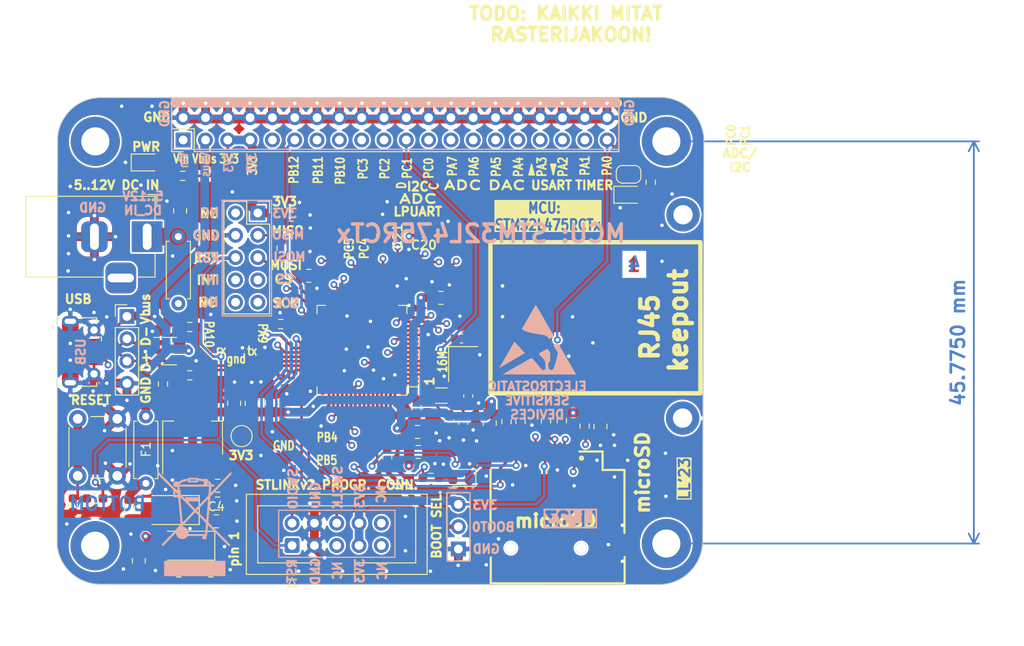
<source format=kicad_pcb>
(kicad_pcb (version 20221018) (generator pcbnew)
  (layers (0 "F.Cu" signal) (1 "In1.Cu" signal) (2 "In2.Cu" signal) (31 "B.Cu" signal) (34 "B.Paste" user) (35 "F.Paste" user) (36 "B.SilkS" user "B.Silkscreen") (37 "F.SilkS" user "F.Silkscreen") (38 "B.Mask" user) (39 "F.Mask" user) (44 "Edge.Cuts" user))
  (net 0 "")
  (net 1 "GND")
  (net 2 "RST")
  (net 3 "+3V3")
  (net 4 "W5500_CS")
  (net 5 "W5500_INT")
  (net 6 "SPI2_SCK")
  (net 7 "SPI2_MISO")
  (net 8 "SPI2_MOSI")
  (net 9 "SWDIO")
  (net 10 "SWCLK")
  (net 11 "Net-(D1-K)")
  (net 12 "Net-(U3-PH0)")
  (net 13 "Net-(U3-PH1)")
  (net 14 "Net-(U3-PC14)")
  (net 15 "Net-(U3-PC15)")
  (net 16 "Net-(D2-A)")
  (net 17 "Net-(D3-A)")
  (net 18 "Net-(D4-A)")
  (net 20 "Net-(J5-Pin_3)")
  (net 25 "Net-(J10-Pin_2)")
  (net 26 "Net-(J11-Pin_1)")
  (net 27 "Net-(J12-Pin_1)")
  (net 30 "VBUS")
  (net 31 "Net-(F2-Pad2)")
  (net 32 "Net-(F1-Pad1)")
  (net 33 "USB_D-")
  (net 34 "USB_D+")
  (net 35 "/USB_P")
  (net 36 "/USB_N")
  (net 37 "SDMMC1_D2")
  (net 38 "SDMMC1_D3")
  (net 39 "SDMMC1_CMD")
  (net 40 "SDMMC1_CLK")
  (net 41 "SDMMC1_D0")
  (net 42 "SDMMC1_D1")
  (net 44 "Net-(JP1-B)")
  (net 45 "Net-(U3-BOOT0)")
  (net 46 "Net-(U3-PB15)")
  (net 48 "Net-(C8-Pad1)")
  (net 51 "PA6")
  (net 52 "PA7")
  (net 53 "PA10")
  (net 54 "PA9")
  (net 56 "PA4")
  (net 57 "PA5")
  (net 60 "+VDC")
  (net 62 "unconnected-(U3-PA8-Pad41)")
  (net 63 "PA2")
  (net 64 "PA3")
  (net 65 "LED_USR")
  (net 66 "PA1")
  (net 69 "PC3")
  (net 70 "PC2")
  (net 71 "PC1")
  (net 72 "PC0")
  (net 73 "PB12")
  (net 74 "PB11")
  (net 75 "PB10")
  (net 76 "PB2")
  (net 77 "PC4")
  (net 78 "PC5")
  (net 81 "SD_CD")
  (net 82 "Net-(D5-A)")
  (net 83 "Net-(U3-PB6)")
  (net 84 "Net-(U3-VBAT)")
  (footprint "Capacitor_SMD:C_0805_2012Metric_Pad1.18x1.45mm_HandSolder" (layer "F.Cu") (at 86.95 84.075 -90)
    (fp_text reference "C18" hide)
    (fp_text value "22u" hide)
  )
  (footprint "Resistor_SMD:R_0603_1608Metric_Pad0.98x0.95mm_HandSolder" (layer "F.Cu") (at 92.36 66.435 -90)
    (fp_text reference "R1" hide)
    (fp_text value "330" hide)
  )
  (footprint "Capacitor_SMD:C_0603_1608Metric" (layer "F.Cu") (at 112.835 76.71)
    (fp_text reference "C13" hide)
    (fp_text value "10p" hide)
  )
  (footprint "Capacitor_SMD:C_0805_2012Metric_Pad1.18x1.45mm_HandSolder" (layer "F.Cu") (at 103.9 65.075 -90)
    (fp_text reference "C21")
    (fp_text value "DNP" hide)
  )
  (footprint "Connector_IDC:IDC-Header_2x05_P2.54mm_Vertical" (layer "F.Cu") (at 93.55 100.275 90)
    (fp_text reference "J6" hide)
    (fp_text value "STLINK2" hide)
  )
  (footprint "Capacitor_SMD:C_0805_2012Metric_Pad1.18x1.45mm_HandSolder" (layer "F.Cu") (at 91.2508 84.05 90)
    (fp_text reference "C10" hide)
    (fp_text value "100n" hide)
  )
  (footprint "Connector_USB:USB_Micro-B_Molex-105017-0001" (layer "F.Cu") (at 69.54 78.25 -90)
    (fp_text reference "J2" hide)
    (fp_text value "USB_B_Micro" hide)
  )
  (footprint "Connector_Wire:SolderWirePad_1x01_SMD_1x2mm" (layer "F.Cu") (at 97.6 89.225 -90)
    (fp_text reference "J11" hide)
    (fp_text value "PAD_PB4" hide)
  )
  (footprint "Connector_Wire:SolderWirePad_1x01_SMD_1x2mm" (layer "F.Cu") (at 92.6 90.225 90)
    (fp_text reference "J15" hide)
    (fp_text value "PAD_GND" hide)
  )
  (footprint "Resistor_SMD:R_0603_1608Metric_Pad0.98x0.95mm_HandSolder" (layer "F.Cu") (at 122.45 86.075 90)
    (fp_text reference "R14" hide)
    (fp_text value "10k" hide)
  )
  (footprint "Capacitor_SMD:C_0805_2012Metric" (layer "F.Cu") (at 80.8 62.175 -90)
    (fp_text reference "C11" hide)
    (fp_text value "100n" hide)
  )
  (footprint "TestPoint:TestPoint_Pad_D2.0mm" (layer "F.Cu") (at 87.8 87.825)
    (fp_text reference "TP1" hide)
    (fp_text value "TestPoint" hide)
  )
  (footprint "Capacitor_SMD:C_0805_2012Metric" (layer "F.Cu") (at 95.45 69.575)
    (fp_text reference "C15" hide)
    (fp_text value "100n" hide)
  )
  (footprint "STM32L475-protoboard:TF-SMD_TF-PUSH" (layer "F.Cu") (at 123.4 94.875)
    (fp_text reference "Card2" hide)
    (fp_text value "TF PUSH" hide)
  )
  (footprint "Capacitor_SMD:C_0805_2012Metric_Pad1.18x1.45mm_HandSolder" (layer "F.Cu") (at 116.05 86.3375 90)
    (fp_text reference "C23" hide)
    (fp_text value "22u" hide)
  )
  (footprint "Package_TO_SOT_SMD:SOT-23-6" (layer "F.Cu") (at 79.6 78.15)
    (fp_text reference "U1" hide)
    (fp_text value "SRV05-4" hide)
  )
  (footprint "MountingHole:MountingHole_2.2mm_M2_DIN965_Pad_TopBottom" (layer "F.Cu") (at 138 85.775)
    (fp_text reference "H2" hide)
    (fp_text value "MountingHole_Pad" hide)
  )
  (footprint "Package_QFP:LQFP-64_10x10mm_P0.5mm" (layer "F.Cu") (at 101.5 78.055 180)
    (fp_text reference "U3" hide)
    (fp_text value "STM32L475RCTx" hide)
  )
  (footprint "Connector_Wire:SolderWirePad_1x01_SMD_1x2mm" (layer "F.Cu") (at 89 76.225)
    (fp_text reference "J7" hide)
    (fp_text value "PAD_PA9_USART1_TX" hide)
  )
  (footprint "Capacitor_SMD:C_0805_2012Metric_Pad1.18x1.45mm_HandSolder" (layer "F.Cu") (at 108.575 64.475 180)
    (fp_text reference "C20")
    (fp_text value "DNP" hide)
  )
  (footprint "LED_SMD:LED_0805_2012Metric" (layer "F.Cu") (at 112.7875 92.575 180)
    (fp_text reference "D5" hide)
    (fp_text value "LED" hide)
  )
  (footprint "Capacitor_SMD:C_0603_1608Metric" (layer "F.Cu") (at 111.45 86.1 90)
    (fp_text reference "C16" hide)
    (fp_text value "12p" hide)
  )
  (footprint "Resistor_SMD:R_0603_1608Metric_Pad0.98x0.95mm_HandSolder" (layer "F.Cu") (at 124.25 86.075 90)
    (fp_text reference "R9" hide)
    (fp_text value "10k" hide)
  )
  (footprint "Resistor_SMD:R_0603_1608Metric_Pad0.98x0.95mm_HandSolder" (layer "F.Cu") (at 119.55 86.1625 -90)
    (fp_text reference "R10" hide)
    (fp_text value "10k" hide)
  )
  (footprint "Crystal:Crystal_SMD_3215-2Pin_3.2x1.5mm" (layer "F.Cu") (at 110.54 83.215)
    (fp_text reference "Y2" hide)
    (fp_text value "32.768k" hide)
  )
  (footprint "Resistor_SMD:R_0603_1608Metric_Pad0.98x0.95mm_HandSolder" (layer "F.Cu") (at 81.9 75.4)
    (fp_text reference "R6" hide)
    (fp_text value "22" hide)
  )
  (footprint "Connector_PinSocket_2.54mm:PinSocket_2x05_P2.54mm_Vertical" (layer "F.Cu") (at 89.65 62.425)
    (fp_text reference "J5" hide)
    (fp_text value "W5500_ETHERNET" hide)
  )
  (footprint "Capacitor_SMD:C_0805_2012Metric" (layer "F.Cu") (at 110.49 72.0852 180)
    (fp_text reference "C19" hide)
    (fp_text value "100n" hide)
  )
  (footprint "Connector_Wire:SolderWirePad_1x01_SMD_1x2mm" (layer "F.Cu") (at 101.65 63.875 180)
    (fp_text reference "J13" hide)
    (fp_text value "PAD_PC4" hide)
  )
  (footprint "Capacitor_SMD:C_0805_2012Metric" (layer "F.Cu") (at 85.075 93.475)
    (fp_text reference "C7" hide)
    (fp_text value "100n" hide)
  )
  (footprint "MountingHole:MountingHole_3.2mm_M3_DIN965_Pad_TopBottom" (layer "F.Cu") (at 71.12 100.3)
    (fp_text reference "H3" hide)
    (fp_text value "MountingHole_Pad" hide)
  )
  (footprint "Connector_PinHeader_2.54mm:PinHeader_1x03_P2.54mm_Vertical" (layer "F.Cu") (at 112.475 100.675 180)
    (fp_text reference "J10" hide)
    (fp_text value "BOOT_MODE" hide)
  )
  (footprint "Resistor_SMD:R_0603_1608Metric_Pad0.98x0.95mm_HandSolder" (layer "F.Cu") (at 71.1 94.925)
    (fp_text reference "R3" hide)
    (fp_text value "1k")
  )
  (footprint "Capacitor_SMD:C_0805_2012Metric" (layer "F.Cu") (at 85.075 95.5)
    (fp_text reference "C6" hide)
    (fp_text value "100n" hide)
  )
  (footprint "MountingHole:MountingHole_3.2mm_M3_DIN965_Pad_TopBottom" (layer "F.Cu") (at 136.15 100.05)
    (fp_text reference "H6" hide)
    (fp_text value "MountingHole_Pad" hide)
  )
  (footprint "Capacitor_SMD:C_0805_2012Metric_Pad1.18x1.45mm_HandSolder" (layer "F.Cu") (at 84.925 97.525)
    (fp_text reference "C4")
    (fp_text value "22u")
  )
  (footprint "Button_Switch_THT:SW_PUSH_6mm_H4.3mm" (layer "F.Cu") (at 73.65 85.85 -90)
    (fp_text reference "SW1" hide)
    (fp_text value "RESET" hide)
  )
  (footprint "Capacitor_SMD:C_0805_2012Metric" (layer "F.Cu") (at 128.65 86.725 90)
    (fp_text reference "C24" hide)
    (fp_text value "100n" hide)
  )
  (footprint "MountingHole:MountingHole_2.2mm_M2_DIN965_Pad_TopBottom" (layer "F.Cu") (at 138.05 62.625)
    (fp_text reference "H1" hide)
    (fp_text value "MountingHole_Pad" hide)
  )
  (footprint "Capacitor_SMD:C_0805_2012Metric" (layer "F.Cu") (at 107.825 87.35)
    (fp_text reference "C3" hide)
    (fp_text value "100n" hide)
  )
  (footprint "Resistor_SMD:R_0603_1608Metric_Pad0.98x0.95mm_HandSolder" (layer "F.Cu") (at 78.85 81.9 -90)
    (fp_text reference "R8" hide)
    (fp_text value "DNP" hide)
  )
  (footprint "Resistor_SMD:R_0603_1608Metric_Pad0.98x0.95mm_HandSolder" (layer "F.Cu") (at 126.85 86.6875 90)
    (fp_text reference "R12" hide)
    (fp_text value "10k" hide)
  )
  (footprint "LED_SMD:LED_0805_2012Metric" (layer "F.Cu") (at 76.92 56.675)
    (fp_text reference "D3" hide)
    (fp_text value "PWR_LED" hide)
  )
  (footprint "Capacitor_SMD:C_0805_2012Metric_Pad1.18x1.45mm_HandSolder" (layer "F.Cu") (at 107.91 89.625 180)
    (fp_text reference "C22" hide)
    (fp_text value "22u" hide)
  )
  (footprint "Resistor_THT:R_Axial_DIN0207_L6.3mm_D2.5mm_P7.62mm_Horizontal" (layer "F.Cu") (at 80.6 72.735 90)
    (fp_text reference "F2" hide)
    (fp_text value "630mA" hide)
  )
  (footprint "Diode_SMD:D_SMA" (layer "F.Cu") (at 81.35 100.3 180)
    (fp_text reference "D1" hide)
    (fp_text value "SS34" hide)
  )
  (footprint "Connector_Wire:SolderWirePad_1x01_SMD_1x2mm" (layer "F.Cu") (at 100.05 63.875 180)
    (fp_text reference "J14" hide)
    (fp_text value "PAD_PC5" hide)
  )
  (footprint "Capacitor_SMD:C_0805_2012Metric" (layer "F.Cu") (at 76.1 102.025 -90)
    (fp_text reference "C1" hide)
    (fp_text value "22u" hide)
  )
  (footprint "Connector_Wire:SolderWirePad_1x01_SMD_1x2mm" (layer "F.Cu") (at 97.6 91.725 -90)
    (fp_text reference "J12" hide)
    (fp_text value "PAD_PB5" hide)
  )
  (footprint "Resistor_SMD:R_0603_1608Metric_Pad0.98x0.95mm_HandSolder" (layer "F.Cu") (at 81.9 80.9)
    (fp_text reference "R7" hide)
    (fp_text value "22" hide)
  )
  (footprint "Capacitor_SMD:C_0805_2012Metric" (layer "F.Cu") (at 84.3 103.125)
    (fp_text reference "C2" hide)
    (fp_text value "100n" hide)
  )
  (footprint "MountingHole:MountingHole_3.2mm_M3_DIN965_Pad_TopBottom" (layer "F.Cu") (at 71.15 54.275)
    (fp_text reference "H4" hide)
    (fp_text value "MountingHole_Pad" hide)
  )
  (footprint "Resistor_SMD:R_0603_1608Metric_Pad0.98x0.95mm_HandSolder" (layer "F.Cu") (at 107.725 84.6 90)
    (fp_text reference "R16" hide)
    (fp_text value "0" hide)
  )
  (footprint "Jumper:SolderJumper-2_P1.3mm_Open_RoundedPad1.0x1.5mm" (layer "F.Cu") (at 131.85 58.025)
    (fp_text reference "JP1" hide)
    (fp_text value "J" hide)
  )
  (footprint "Resistor_SMD:R_0603_1608Metric_Pad0.98x0.95mm_HandSolder" (layer "F.Cu") (at 109.35 92.575)
    (fp_text reference "R15" hide)
    (fp_text value "1.5k" hide)
  )
  (footprint "Resistor_SMD:R_0603_1608Metric_Pad0.98x0.95mm_HandSolder" (layer "F.Cu") (at 134.375 58.925 -90)
    (fp_text reference "R11" hide)
    (fp_text value "1.5k" hide)
  )
  (footprint "Connector_Wire:SolderWirePad_1x01_SMD_1x2mm" (layer "F.Cu") (at 87.2 76.225)
    (fp_text reference "J9" hide)
    (fp_text value "GNDPAD" hide)
  )
  (footprint "Inductor_SMD:L_0805_2012Metric" (layer "F.Cu") (at 75.057 96.15 -90)
    (fp_text reference "FB1" hide)
    (fp_text value "FB" hide)
  )
  (footprint "Capacitor_SMD:C_0805_2012Metric_Pad1.18x1.45mm_HandSolder" (layer "F.Cu") (at 88.9508 84.1 90)
    (fp_text reference "C9" hide)
    (fp_text value "22u" hide)
  )
  (footprint "Resistor_SMD:R_0603_1608Metric_Pad0.98x0.95mm_HandSolder" (layer "F.Cu") (at 104.375 90.175 90)
    (fp_text reference "R4" hide)
    (fp_text value "10k" hide)
  )
  (footprint "Connector_Wire:SolderWirePad_1x01_SMD_1x2mm" (layer "F.Cu") (at 85.45 76.275)
    (fp_text reference "J8" hide)
    (fp_text value "PAD_PA10_USART1_RX" hide)
  )
  (footprint "Capacitor_SMD:C_0805_2012Metric_Pad1.18x1.45mm_HandSolder" (layer "F.Cu") (at 80.6375 103.125 180)
    (fp_text reference "C5" hide)
    (fp_text value "22u" hide)
  )
  (footprint "Resistor_SMD:R_0603_1608Metric_Pad0.98x0.95mm_HandSolder" (layer "F.Cu") (at 92.25 75.075 180)
    (fp_text reference "R5" hide)
    (fp_text value "330" hide)
  )
  (footprint "Connector_PinHeader_2.54mm:PinHeader_2x20_P2.54mm_Vertical" (layer "F.Cu") (at 81.15 54.115 90)
    (fp_text reference "J16" hide)
    (fp_text value "Conn_02x20_Odd_Even" hide)
  )
  (footprint "Connector_BarrelJack:BarrelJack_Horizontal" (layer "F.Cu") (at 77.05 65.125)
    (fp_text reference "J3" hide)
    (fp_text value "DCin" hide)
  )
  (footprint "Diode_SMD:D_SMA" (layer "F.Cu") (at 79.5782 96.2406 180)
    (fp_text reference "D2" hide)
    (fp_text value "SS34" hide)
  )
  (footprint "Resistor_THT:R_Axial_DIN0207_L6.3mm_D2.5mm_P7.62mm_Horizontal" (layer "F.Cu") (at 76.9 93.2 90)
    (fp_text reference "F1")
    (fp_text value "630mA")
  )
  (footprint "Package_TO_SOT_SMD:SOT-223-3_TabPin2" (layer "F.Cu") (at 82.225 88.025 90)
    (fp_text reference "U2" hide)
    (fp_text value "AMS1117-3.3" hide)
  )
  (footprint "MountingHole:MountingHole_3.2mm_M3_DIN965_Pad_TopBottom" (layer "F.Cu") (at 136.15 54.275)
    (fp_text reference "H5" hide)
    (fp_text value "MountingHole_Pad" hide)
  )
  (footprint "Capacitor_SMD:C_0603_1608Metric" (layer "F.Cu") (at 113.03 86.345 90)
    (fp_text reference "C17" hide)
    (fp_text value "12p" hide)
  )
  (footprint "LED_SMD:LED_0805_2012Metric" (layer "F.Cu") (at 131.8625 60.35)
    (fp_text reference "D4" hide)
    (fp_text value "LED" hide)
  )
  (footprint "Crystal:Crystal_SMD_3225-4Pin_3.2x2.5mm" (layer "F.Cu") (at 113.01 79.635 -90)
    (fp_text reference "Y1" hide)
    (fp_text value "16 MHz" hide)
  )
  (footprint "Capacitor_SMD:C_0603_1608Metric" (layer "F.Cu") (at 113.6 83.275 90)
    (fp_text reference "C12" hide)
    (fp_text value "10p" hide)
  )
  (footprint "Capacitor_SMD:C_0603_1608Metric" (layer "F.Cu") (at 68.6 95.675 -90)
    (fp_text reference "C8" hide)
    (fp_text value "10p" hide)
  )
  (footprint "Capacitor_SMD:C_0805_2012Metric" (layer "F.Cu") (at 93.45 62.625 180)
    (fp_text reference "C14" hide)
    (fp_text value "100n" hide)
  )
  (footprint "Resistor_SMD:R_0603_1608Metric_Pad0.98x0.95mm_HandSolder" (layer "F.Cu") (at 117.95 86.175 -90)
    (fp_text reference "R13" hide)
    (fp_text value "10k" hide)
  )
  (footprint "Connector_PinHeader_2.54mm:PinHeader_1x04_P2.54mm_Vertical" (layer "F.Cu") (at 74.75 74.2)
    (fp_text reference "J1" hide)
    (fp_text value "USB_HEADER" hide)
  )
  (footprint "Resistor_SMD:R_0603_1608Metric_Pad0.98x0.95mm_HandSolder" (layer "F.Cu") (at 81.1 58.2 180)
    (fp_text reference "R2" hide)
    (fp_text value "1.5k" hide)
  )
  (footprint "Symbol:WEEE-Logo_8.4x12mm_SilkScreen" (layer "B.Cu") (at 82.45 97.775 180)
    (fp_text reference "REF**" hide)
    (fp_text value "WEEE-Logo_8.4x12mm_SilkScreen" hide)
  )
  (footprint "Symbol:ESD-Logo_8.9x8mm_SilkScreen" (layer "B.Cu") (at 121.5 76.825 180)
    (fp_text reference "REF**" hide)
    (fp_text value "ESD-Logo_8.9x8mm_SilkScreen" hide)
  )
  (gr_rect (start 79.85 49.385) (end 130.75 55.175) (stroke (width 0.15)) (fill none) (layer "B.SilkS"))
  (gr_rect (start 85.59 60.985) (end 91.2 74.145) (stroke (width 0.15)) (fill none) (layer "B.SilkS"))
  (gr_line (start 80.25 49.925) (end 130.43 49.925) (stroke (width 1)) (layer "B.SilkS"))
  (gr_rect (start 92.03 96.255) (end 105.26 101.615) (stroke (width 0.15)) (fill none) (layer "B.SilkS"))
  (gr_rect (start 111.2 94.245) (end 113.8 102.045) (stroke (width 0.15)) (fill none) (layer "B.SilkS"))
  (gr_line (start 80.2 49.925) (end 130.6 49.925) (stroke (width 1)) (layer "F.SilkS"))
  (gr_poly (pts (xy 122.979541 56.874541) (xy 123.579541 56.874541) (xy 123.279541 58.074541)) (stroke (width 0.15)) (fill solid) (layer "F.SilkS"))
  (gr_rect (start 116.125 65.75) (end 140.025 82.95) (stroke (width 0.5)) (fill none) (layer "F.SilkS"))
  (gr_poly (pts (xy 121.108953 58.092188) (xy 120.508953 58.092188) (xy 120.808953 56.892188)) (stroke (width 0.15)) (fill solid) (layer "F.SilkS"))
  (gr_line (start 72 49.2875) (end 135.8 49.2625) (stroke (width 0.1)) (layer "Edge.Cuts"))
  (gr_arc (start 140.289123 99.864813) (mid 138.7326 103.366085) (end 135.15 104.725) (stroke (width 0.1)) (layer "Edge.Cuts"))
  (gr_arc (start 66.85 53.7875) (mid 68.523351 50.50561) (end 72 49.2875) (stroke (width 0.1)) (layer "Edge.Cuts"))
  (gr_line (start 71.75 104.7) (end 135.15 104.725) (stroke (width 0.1)) (layer "Edge.Cuts"))
  (gr_arc (start 71.75 104.7) (mid 68.395945 103.414332) (end 66.78627 100.203169) (stroke (width 0.1)) (layer "Edge.Cuts"))
  (gr_line (start 140.289123 99.864813) (end 140.43052 54.452196) (stroke (width 0.1)) (layer "Edge.Cuts"))
  (gr_arc (start 135.8 49.2625) (mid 139.170756 50.915579) (end 140.43052 54.452196) (stroke (width 0.1)) (layer "Edge.Cuts"))
  (gr_line (start 66.78627 100.203169) (end 66.85 53.7875) (stroke (width 0.1)) (layer "Edge.Cuts"))
  (gr_text "1" (at 132.45 68.325) (layer "F.Cu") (effects (font (size 1.5 1.5) (thickness 0.3))))
  (gr_text "TOP" (at 121.1 68.575) (layer "F.Cu") (effects (font (size 1.5 1.5) (thickness 0.3))))
  (gr_text "BOTTOM" (at 72.55 95.55) (layer "B.Cu") (effects (font (size 1.5 1.5) (thickness 0.3)) (justify mirror)))
  (gr_text "4" (at 132.5 68.275) (layer "B.Cu") (effects (font (size 1.5 1.5) (thickness 0.3)) (justify mirror)))
  (gr_text "NC" (at 84.125014 72.579355) (layer "B.SilkS") (effects (font (size 1 1) (thickness 0.25)) (justify mirror)))
  (gr_text "3V3" (at 115.5 95.675) (layer "B.SilkS") (effects (font (size 1 1) (thickness 0.25)) (justify mirror)))
  (gr_text "GND" (at 115.65 100.675) (layer "B.SilkS") (effects (font (size 1 1) (thickness 0.25)) (justify mirror)))
  (gr_text "GND" (at 79.05 51.125 90) (layer "B.SilkS") (effects (font (size 1 1) (thickness 0.25)) (justify mirror)))
  (gr_text "LL'23" (at 125.25 97.275) (layer "B.SilkS" knockout) (effects (font (size 1.5 1.5) (thickness 0.375)) (justify mirror)))
  (gr_text "SWDIO" (at 93.65 93.825 90) (layer "B.SilkS") (effects (font (size 1 1) (thickness 0.25)) (justify mirror)))
  (gr_text "NC" (at 84.2 62.411199) (layer "B.SilkS") (effects (font (size 1 1) (thickness 0.25)) (justify mirror)))
  (gr_text "Vin" (at 81.2 56.425 90) (layer "B.SilkS") (effects (font (size 1 0.8) (thickness 0.2)) (justify mirror)))
  (gr_text "NC" (at 98.7 103.125 90) (layer "B.SilkS") (effects (font (size 1 1) (thickness 0.25)) (justify mirror)))
  (gr_text "MCU: STM32L475RCTx" (at 115.05 64.775) (layer "B.SilkS") (effects (font (size 2 2) (thickness 0.4) bold) (justify mirror)))
  (gr_text "GND" (at 131.95 51.025 90) (layer "B.SilkS") (effects (font (size 1 1) (thickness 0.25)) (justify mirror)))
  (gr_text "Vbus" (at 83.7 56.925 90) (layer "B.SilkS") (effects (font (size 1 0.8) (thickness 0.2)) (justify mirror)))
  (gr_text "BOOT0" (at 116.45 98.175) (layer "B.SilkS") (effects (font (size 1 1) (thickness 0.25)) (justify mirror)))
  (gr_text "3V3" (at 101.25 94.625 90) (layer "B.SilkS") (effects (font (size 1 1) (thickness 0.25)) (justify mirror)))
  (gr_text "MOSI" (at 93.25 67.425) (layer "B.SilkS") (effects (font (size 1 1) (thickness 0.25)) (justify mirror)))
  (gr_text "3V3" (at 86.331469 56.675 90) (layer "B.SilkS") (effects (font (size 1 0.8) (thickness 0.2)) (justify mirror)))
  (gr_text "SCK" (at 92.9 72.725) (layer "B.SilkS") (effects (font (size 1 1) (thickness 0.25)) (justify mirror)))
  (gr_text "INT" (at 84.125014 70.029817) (layer "B.SilkS") (effects (font (size 1 1) (thickness 0.25)) (justify mirror)))
  (gr_text "3V3" (at 92.7 62.475) (layer "B.SilkS") (effects (font (size 1 1) (thickness 0.25)) (justify mirror)))
  (gr_text "ELECTROSTATIC\nSENSITIVE\nDEVICES" (at 121.45 83.775) (layer "B.SilkS") (effects (font (size 1 1) (thickness 0.25)) (justify mirror)))
  (gr_text "USB" (at 69.5 78.225 90) (layer "B.SilkS") (effects (font (size 1 1) (thickness 0.25)) (justify mirror)))
  (gr_text "3V3" (at 88.95 56.675 90) (layer "B.SilkS") (effects (font (size 1 0.8) (thickness 0.2)) (justify mirror)))
  (gr_text "CS" (at 92.75 69.975) (layer "B.SilkS") (effects (font (size 1 1) (thickness 0.25)) (justify mirror)))
  (gr_text "MISO" (at 93.1 64.900095) (layer "B.SilkS") (effects (font (size 1 1) (thickness 0.25)) (justify mirror)))
  (gr_text "NC" (at 103.7 94.425 90) (layer "B.SilkS") (effects (font (size 1 1) (thickness 0.25)) (justify mirror)))
  (gr_text "RST" (at 83.918554 67.525) (layer "B.SilkS") (effects (font (size 1 1) (thickness 0.25)) (justify mirror)))
  (gr_text "5..12V\nDC_IN" (at 76.575 61.325) (layer "B.SilkS") (effects (font (size 1 1) (thickness 0.25)) (justify mirror)))
  (gr_text "NC" (at 103.8 103.175 90) (layer "B.SilkS") (effects (font (size 1 1) (thickness 0.25)) (justify mirror)))
  (gr_text "GND" (at 96.2 103.225 90) (layer "B.SilkS") (effects (font (size 1 1) (thickness 0.25)) (justify mirror)))
  (gr_text "3V3" (at 101.25 103.175 90) (layer "B.SilkS") (effects (font (size 1 1) (thickness 0.25)) (justify mirror)))
  (gr_text "GND" (at 83.8 65.025) (layer "B.SilkS") (effects (font (size 1 1) (thickness 0.25)) (justify mirror)))
  (gr_text "GND" (at 70.85 61.825) (layer "B.SilkS") (effects (font (size 1 1) (thickness 0.25)) (justify mirror)))
  (gr_text "RST" (at 93.55 103.175 90) (layer "B.SilkS") (effects (font (size 1 1) (thickness 0.25)) (justify mirror)))
  (gr_text "SWCLK" (at 98.75 93.675 90) (layer "B.SilkS") (effects (font (size 1 1) (thickness 0.25)) (justify mirror)))
  (gr_text "GND" (at 96.2 94.575 90) (layer "B.SilkS") (effects (font (size 1 1) (thickness 0.25)) (justify mirror)))
  (gr_text "3V3" (at 87.75 90.025) (layer "F.SilkS") (effects (font (size 1 1) (thickness 0.25))))
  (gr_text "CS" (at 92.55 69.975) (layer "F.SilkS") (effects (font (size 1 1) (thickness 0.25))))
  (gr_text "C" (at 109.7 59.375 90) (layer "F.SilkS") (effects (font (size 1 0.8) (thickness 0.2))))
  (gr_text "NC" (at 84.1 62.475) (layer "F.SilkS") (effects (font (size 1 1) (thickness 0.25))))
  (gr_text "ADC/\nI2C" (at 144.55 56.425) (layer "F.SilkS") (effects (font (size 1 1) (thickness 0.25))))
  (gr_text "USB" (at 69.2 72.225) (layer "F.SilkS") (effects (font (size 1 1) (thickness 0.25))))
  (gr_text "PC1" (at 145.15 53.575 90) (layer "F.SilkS") (effects (font (size 1 0.8) (thickness 0.2))))
  (gr_text "GND" (at 83.75 64.975) (layer "F.SilkS") (effects (font (size 1 1) (thickness 0.25))))
  (gr_text "PA10" (at 84.1 76.225 270) (layer "F.SilkS") (effects (font (size 1 0.8) (thickness 0.2))))
  (gr_text "rx" (at 85.45 78.025) (layer "F.SilkS") (effects (font (size 1 0.8) (thickness 0.2))))
  (gr_text "3V3" (at 92.7 61.125) (layer "F.SilkS") (effects (font (size 1 1) (thickness 0.25))))
  (gr_text "PC0" (at 143.55 53.575 90) (layer "F.SilkS") (effects (font (size 1 0.8) (thickness 0.2))))
  (gr_text "GND" (at 76.9 82.6 90) (layer "F.SilkS") (effects (font (size 1 1) (thickness 0.25))))
  (gr_text "MOSI" (at 92.85 68.375) (layer "F.SilkS") (effects (font (size 1 1) (thickness 0.25))))
  (gr_text "D+" (at 76.9 79.4 90) (layer "F.SilkS") (effects (font (size 1 1) (thickness 0.25))))
  (gr_text "MCU: \nSTM32L475RCTx" (at 122.65 62.825) (layer "F.SilkS" knockout) (effects (font (size 1.2 1) (thickness 0.25))))
  (gr_text "D-" (at 76.9 76.45 90) (layer "F.SilkS") (effects (font (size 1 1) (thickness 0.25))))
  (gr_text "microSD" (at 123.55 97.475) (layer "F.SilkS") (effects (font (size 1.5 1.5) (thickness 0.375))))
  (gr_text "PB10" (at 99.02 57.615 90) (layer "F.SilkS") (effects (font (size 1 0.8) (thickness 0.2))))
  (gr_text "TODO: KAIKKI MITAT \nRASTERIJAKOON!" (at 125.3 40.925) (layer "F.SilkS") (effects (font (size 1.5 1.5) (thickness 0.375))))
  (gr_text "PC3" (at 101.62 57.395 90) (layer "F.SilkS") (effects (font (size 1 0.8) (thickness 0.2))))
  (gr_text "MISO" (at 93.05 64.475) (layer "F.SilkS") (effects (font (size 1 1) (thickness 0.25))))
  (gr_text "DAC" (at 117.979541 59.274541) (layer "F.SilkS") (effects (font (size 1 1.5) (thickness 0.25))))
  (gr_text "PB11" (at 96.51 57.545 90) (layer "F.SilkS") (effects (font (size 1 0.8) (thickness 0.2))))
  (gr_text "NC" (at 83.9 72.625) (layer "F.SilkS") (effects (font (size 1 1) (thickness 0.25))))
  (gr_text "PC0" (at 109.1 57.325 90) (layer "F.SilkS") (effects (font (size 1 0.8) (thickness 0.2))))
  (gr_text "16M" (at 110.67 80.705 90) (layer "F.SilkS") (effects (font (size 1 0.8) (thickness 0.2)) (justify left)))
  (gr_text "RST" (at 83.75 67.525) (layer "F.SilkS") (effects (font (size 1 1) (thickness 0.25))))
  (gr_text "3V3" (at 86.381469 56.26335) (layer "F.SilkS") (effects (font (size 1 0.8) (thickness 0.2))))
  (gr_text "ADC" (at 112.979541 59.274541) (layer "F.SilkS") (effects (font (size 1 1.5) (thickness 0.25))))
  (gr_text "PA0" (at 129.399541 57.034541 90) (layer "F.SilkS") (effects (font (size 1 0.8) (thickness 0.2))))
  (gr_text "GND" (at 132.45 51.575) (layer "F.SilkS") (effects (font (size 1 1) (thickness 0.25))))
  (gr_text "GND" (at 78.15 51.525) (layer "F.SilkS") (effects (font (size 1 1) (thickness 0.25))))
  (gr_text "tx" (at 89 78.125) (layer "F.SilkS") (effects (font (size 1 0.8) (thickness 0.2))))
  (gr_text "SCK" (at 92.8 72.675) (layer "F.SilkS") (effects (font (size 1 1) (thickness 0.25))))
  (gr_text "PB5" (at 97.5 90.575) (layer "F.SilkS") (effects (font (size 1 0.8) (thickness 0.2))))
  (gr_text "LL'23" (at 138.225 92.675 90) (layer "F.SilkS" knockout) (effects (font (size 1.2 1.2) (thickness 0.25))))
  (gr_text "PA2" (at 124.379541 57.174541 90) (layer "F.SilkS") (effects (font (size 1 0.8) (thickness 0.2))))
  (gr_text "5..12V DC IN" (at 73.575 59.25) (layer "F.SilkS") (effects (font (size 1 1) (thickness 0.25))))
  (gr_text "PWR" (at 76.94 54.895) (layer "F.SilkS") (effects (font (size 1 1) (thickness 0.25))))
  (gr_text "PA4" (at 119.319541 57.184541 90) (layer "F.SilkS") (effects (font (size 1 0.8) (thickness 0.2))))
  (gr_text "TIMER" (at 127.95 59.274541) (layer "F.SilkS") (effects (font (size 1 1) (thickness 0.25))))
  (gr_text "PA3" (at 121.979541 57.174541 90) (layer "F.SilkS") (effects (font (size 1 0.8) (thickness 0.2))))
  (gr_text "RESET" (at 70.65 83.725) (layer "F.SilkS") (effects (font (size 1 1) (thickness 0.25))))
  (gr_text "PA1" (at 126.879541 57.034541 90) (layer "F.SilkS") (effects (font (size 1 0.8) (thickness 0.2))))
  (gr_text "INT" (at 83.85 70.075) (layer "F.SilkS") (effects (font (size 1 1) (thickness 0.25))))
  (gr_text "PA5" (at 116.779541 57.164541 90) (layer "F.SilkS") (effects (font (size 1 0.8) (thickness 0.2))))
  (gr_text "PA6" (at 114.249541 57.124541 90) (layer "F.SilkS") (effects (font (size 1 0.8) (thickness 0.2))))
  (gr_text "3V3" (at 89.025 57.025 90) (layer "F.SilkS") (effects (font (size 1 0.8) (thickness 0.2))))
  (gr_text "Vbus" (at 83.575 56.25) (layer "F.SilkS") (effects (font (size 1 0.8) (thickness 0.2))))
  (gr_text "pin 1" (at 86.95 100.675 90) (layer "F.SilkS") (effects (font (size 1 1) (thickness 0.25))))
  (gr_text "D" (at 106 59.275 90) (layer "F.SilkS") (effects (font (size 1 0.8) (thickness 0.2))))
  (gr_text "PB12" (at 93.75 57.525 90) (layer "F.SilkS") (effects (font (size 1 0.8) (thickness 0.2))))
  (gr_text "I2C" (at 107.85 59.425) (layer "F.SilkS") (effects (font (size 1 1) (thickness 0.25))))
  (gr_text "PB4" (at 97.55 87.975) (layer "F.SilkS") (effects (font (size 1 0.8) (thickness 0.2))))
  (gr_text "BOOT SEL." (at 110 97.875 90) (layer "F.SilkS") (effects (font (size 1 1) (thickness 0.25))))
  (gr_text "PA9" (at 90.2 76.125 270) (layer "F.SilkS") (effects (font (size 1 0.8) (thickness 0.2))))
  (gr_text "PA7" (at 111.789541 57.104541 90) (layer "F.SilkS") (effects (font (size 1 0.8) (thickness 0.2))))
  (gr_text "Vin" (at 80.928489 56.25) (layer "F.SilkS") (effects (font (size 1 0.8) (thickness 0.2))))
  (gr_text "gnd" (at 87.2 79.025) (layer "F.SilkS") (effects (font (size 1 0.8) (thickness 0.2))))
  (gr_text "STLINKv2 PROGR. CONN." (at 98.65 93.375) (layer "F.SilkS") (effects (font (size 1 1) (thickness 0.25))))
  (gr_text "microSD" (at 133.45 91.975 90) (layer "F.SilkS") (effects (font (size 1.5 1.5) (thickness 0.375))))
  (gr_text "GND" (at 92.6 88.925) (layer "F.SilkS") (effects (font (size 1 0.8) (thickness 0.2))))
  (gr_text "PC4" (at 101.75 66.475 90) (layer "F.SilkS") (effects (font (size 1 0.8) (thickness 0.2))))
  (gr_text "RJ45 \nkeepout" (at 135.89 74.665 90) (layer "F.SilkS") (effects (font (size 2 2) (thickness 0.5))))
  (gr_text "USART" (at 123.079541 59.274541) (layer "F.SilkS") (effects (font (size 1 1) (thickness 0.25))))
  (gr_text "1" (at 109.2 81.575 90) (layer "F.SilkS") (effects (font (size 1 1) (thickness 0.25))))
  (gr_text "LPUART" (at 107.85 62.275) (layer "F.SilkS") (effects (font (size 1 1) (thickness 0.25))))
  (gr_text "ADC" (at 107.9 60.825) (layer "F.SilkS") (effects (font (size 1 1.5) (thickness 0.25))))
  (gr_text "PC1" (at 106.65 57.325 90) (layer "F.SilkS") (effects (font (size 1 0.8) (thickness 0.2))))
  (gr_text "Vbus" (at 76.85 73.35 90) (layer "F.SilkS") (effects (font (size 1 1) (thickness 0.25))))
  (gr_text "PC5" (at 100.05 66.475 90) (layer "F.SilkS") (effects (font (size 1 0.8) (thickness 0.2))))
  (gr_text "PC2" (at 104.1 57.375 90) (layer "F.SilkS") (effects (font (size 1 0.8) (thickness 0.2))))
  (dimension (type aligned) (layer "B.Cu") (pts (xy 136.15 54.275) (xy 136.15 100.05)) (height -35) (gr_text "45,7750 mm" (at 169.35 77.1625 90) (layer "B.Cu") (effects (font (size 1.5 1.5) (thickness 0.3)))) (format (prefix "") (suffix "") (units 3) (units_format 1) (precision 4)) (style (thickness 0.2) (arrow_length 1.27) (text_position_mode 0) (extension_height 0.58642) (extension_offset 0.5) keep_text_aligned))
  (segment (start 116.05 87.375) (end 114.41 87.375) (width 1) (layer "F.Cu") (net 1))
  (segment (start 87.249 95.1992) (end 86.3258 95.1992) (width 1) (layer "F.Cu") (net 1))
  (segment (start 104.75 83.73) (end 104.75 82.075) (width 0.3) (layer "F.Cu") (net 1))
  (segment (start 109.05 76.275) (end 109.0166 76.3084) (width 0.3) (layer "F.Cu") (net 1))
  (segment (start 71.05 65.125) (end 73.45 65.125) (width 1) (layer "F.Cu") (net 1))
  (segment (start 105.52 70.769994) (end 105.52 70.735) (width 0.25) (layer "F.Cu") (net 1))
  (segment (start 126.85 49.925) (end 126.85 51.715) (width 1) (layer "F.Cu") (net 1))
  (segment (start 111.4552 71.962) (end 111.4552 70.612) (width 1) (layer "F.Cu") (net 1))
  (segment (start 67.9 97.825) (end 67.9 97.15) (width 1) (layer "F.Cu") (net 1))
  (segment (start 112.475 102.5) (end 112.45 102.525) (width 1) (layer "F.Cu") (net 1))
  (segment (start 76.85 78.2) (end 78.4125 78.2) (width 0.3) (layer "F.Cu") (net 1))
  (segment (start 97.7 81.305) (end 97.7034 81.3084) (width 0.3) (layer "F.Cu") (net 1))
  (segment (start 124.3 51.705) (end 124.33 51.735) (width 1) (layer "F.Cu") (net 1))
  (segment (start 98.93 51.735) (end 98.93 49.945) (width 1) (layer "F.Cu") (net 1))
  (segment (start 86.3258 95.1992) (end 85.9628 95.5622) (width 1) (layer "F.Cu") (net 1))
  (segment (start 108.9734 76.3084) (end 108.7166 76.3084) (width 0.3) (layer "F.Cu") (net 1))
  (segment (start 115.55 87.375) (end 114.55 88.375) (width 1) (layer "F.Cu") (net 1))
  (segment (start 89.0061 83.0072) (end 88.9508 83.0625) (width 1) (layer "F.Cu") (net 1))
  (segment (start 73.65 92.25) (end 72.3 90.9) (width 1) (layer "F.Cu") (net 1))
  (segment (start 109.075 89.625) (end 110.35 88.35) (width 1) (layer "F.Cu") (net 1))
  (segment (start 112.475 100.675) (end 112.475 102.5) (width 1) (layer "F.Cu") (net 1))
  (segment (start 79.6 103.125) (end 78 103.125) (width 1) (layer "F.Cu") (net 1))
  (segment (start 73.65 85.85) (end 73.65 85.75) (width 1) (layer "F.Cu") (net 1))
  (segment (start 104.75 72.38) (end 104.75 71.539994) (width 0.25) (layer "F.Cu") (net 1))
  (segment (start 110.2 64.475) (end 109.35 64.475) (width 1) (layer "F.Cu") (net 1))
  (segment (start 83.7 51.725) (end 83.69 51.735) (width 1) (layer "F.Cu") (net 1))
  (segment (start 116.71 51.735) (end 116.71 49.935) (width 1) (layer "F.Cu") (net 1))
  (segment (start 87.75 51.735) (end 85.79 51.735) (width 1) (layer "F.Cu") (net 1))
  (segment (start 109.8 90.4775) (end 108.9475 89.625) (width 1) (layer "F.Cu") (net 1))
  (segment (start 73.65 92.35) (end 73.65 92.25) (width 1) (layer "F.Cu") (net 1))
  (segment (start 131.15 100.175) (end 129.55 100.175) (width 1) (layer "F.Cu") (net 1))
  (segment (start 99.5004 80.3764) (end 98.5684 81.3084) (width 0.3) (layer "F.Cu") (net 1))
  (segment (start 115.65 90.575) (end 114.15 90.575) (width 1) (layer "F.Cu") (net 1))
  (segment (start 114.78 84.055) (end 113.605 84.055) (width 1) (layer "F.Cu") (net 1))
  (segment (start 131.15 100.175) (end 131.15 102.075) (width 1) (layer "F.Cu") (net 1))
  (segment (start 73.75 92.35) (end 75.1 91) (width 1) (layer "F.Cu") (net 1))
  (segment (start 85.35 103.025) (end 86.5 103.025) (width 1) (layer "F.Cu") (net 1))
  (segment (start 96.09 96.015) (end 95.55 95.475) (width 1) (layer "F.Cu") (net 1))
  (segment (start 114.17 51.735) (end 114.17 49.945) (width 1) (layer "F.Cu") (net 1))
  (segment (start 96.39 51.735) (end 96.39 49.935) (width 1) (layer "F.Cu") (net 1))
  (segment (start 121.8 51.725) (end 121.79 51.735) (width 1) (layer "F.Cu") (net 1))
  (segment (start 130.925 60.35) (end 130.925 61.8) (width 0.3) (layer "F.Cu") (net 1))
  (segment (start 87.125 93.425) (end 87.075 93.475) (width 1) (layer "F.Cu") (net 1))
  (segment (start 93.85 49.925) (end 93.85 51.735) (width 1) (layer "F.Cu") (net 1))
  (segment (start 109.825 87.35) (end 108.775 87.35) (width 1) (layer "F.Cu") (net 1))
  (segment (start 74.35 102.95) (end 74.375 102.975) (width 1) (layer "F.Cu") (net 1))
  (segment (start 75.9725 56.665) (end 75.9825 56.675) (width 1) (layer "F.Cu") (net 1))
  (segment (start 74.75 83.75) (end 74.75 81.82) (width 1) (layer "F.Cu") (net 1))
  (segment (start 88.75 49.925) (end 88.75 51.715) (width 1) (layer "F.Cu") (net 1))
  (segment (start 109.09 49.935) (end 109.1 49.925) (width 1) (layer "F.Cu") (net 1))
  (segment (start 113.05 87.14) (end 113.03 87.12) (width 1) (layer "F.Cu") (net 1))
  (segment (start 105.08 73.855) (end 105.69 73.855) (width 0.25) (layer "F.Cu") (net 1))
  (segment (start 130.25 90.575) (end 130.25 88.875) (width 1) (layer "F.Cu") (net 1))
  (segment (start 116.05 87.375) (end 115.55 87.375) (width 1) (layer "F.Cu") (net 1))
  (segment (start 106.55 51.735) (end 106.55 49.925) (width 1) (layer "F.Cu") (net 1))
  (segment (start 98.25 72.38) (end 98.25 73.255361) (width 0.3) (layer "F.Cu") (net 1))
  (segment (start 71.0025 82.5975) (end 70.9 82.7) (width 1) (layer "F.Cu") (net 1))
  (segment (start 119.25 51.735) (end 119.25 49.925) (width 1) (layer "F.Cu") (net 1))
  (segment (start 130.25 90.575) (end 128.25 90.575) (width 1) (layer "F.Cu") (net 1))
  (segment (start 121.8 49.925) (end 121.8 51.725) (width 1) (layer "F.Cu") (net 1))
  (segment (start 79.925 91.175) (end 79.925 89.475) (width 1) (layer "F.Cu") (net 1))
  (segment (start 109.09 51.735) (end 109.09 49.935) (width 1) (layer "F.Cu") (net 1))
  (segment (start 104.75 73.525) (end 105.08 73.855) (width 0.25) (layer "F.Cu") (net 1))
  (segment (start 98.93 49.945) (end 98.95 49.925) (width 1) (layer "F.Cu") (net 1))
  (segment (start 129.4 49.925) (end 129.4 51.725) (width 1) (layer "F.Cu") (net 1))
  (segment (start 111.63 51.735) (end 111.63 49.945) (width 1) (layer "F.Cu") (net 1))
  (segment (start 124.3 49.925) (end 124.3 51.705) (width 1) (layer "F.Cu") (net 1))
  (segment (start 79.45 61.225) (end 80.8 61.225) (width 1) (layer "F.Cu") (net 1))
  (segment (start 86.2 49.925) (end 86.2 51.705) (width 1) (layer "F.Cu") (net 1))
  (segment (start 73.65 92.35) (end 73.75 92.35) (width 1) (layer "F.Cu") (net 1))
  (segment (start 92.6 90.225) (end 90.2 90.225) (width 1) (layer "F.Cu") (net 1))
  (segment (start 85.79 51.735) (end 85.75 51.775) (width 1) (layer "F.Cu") (net 1))
  (segment (start 90 81.65) (end 91.2508 82.9008) (width 1) (layer "F.Cu") (net 1))
  (segment (start 126.85 51.715) (end 126.87 51.735) (width 1) (layer "F.Cu") (net 1))
  (segment (start 104.75 71.539994) (end 105.52 70.769994) (width 0.25) (layer "F.Cu") (net 1))
  (segment (start 79.3 61.075) (end 79.45 61.225) (width 1) (layer "F.Cu") (net 1))
  (segment (start 81.15 51.735) (end 129.41 51.735) (width 1) (layer "F.Cu") (net 1))
  (segment (start 114.17 49.945) (end 114.15 49.925) (width 1) (layer "F.Cu") (net 1))
  (segment (start 73.55 85.85) (end 72.2 87.2) (width 1) (layer "F.Cu") (net 1))
  (segment (start 91.2508 82.9008) (end 91.2508 83.0125) (width 1) (layer "F.Cu") (net 1))
  (segment (start 129.4 51.725) (end 129.41 51.735) (width 1) (layer "F.Cu") (net 1))
  (segment (start 107.175 76.305) (end 108.97 76.305) (width 0.25) (layer "F.Cu") (net 1))
  (segment (start 71.05 65.125) (end 71.05 67.725) (width 1) (layer "F.Cu") (net 1))
  (segment (start 74.77 81.8) (end 74.92 81.65) (width 1) (layer "F.Cu") (net 1))
  (segment (start 106.6 72.945) (end 106.84 72.945) (width 0.25) (layer "F.Cu") (net 1))
  (segment (start 115.65 90.575) (end 115.65 92.375) (width 1) (layer "F.Cu") (net 1))
  (segment (start 113.03 87.12) (end 111.695 87.12) (width 1) (layer "F.Cu") (net 1))
  (segment (start 94.4 61.225) (end 94.4 62.625) (width 1) (layer "F.Cu") (net 1))
  (segment (start 86.95 81.74375) (end 86.95 83.0375) (width 1) (layer "F.Cu") (net 1))
  (segment (start 103.85 62.575) (end 103.92 62.645) (width 1) (layer "F.Cu") (net 1))
  (segment (start 104.75 82.075) (end 103.96 81.285) (width 0.3) (layer "F.Cu") (net 1))
  (segment (start 113.86 78.535) (end 113.86 76.96) (width 1) (layer "F.Cu") (net 1))
  (segment (start 85.25 103.125) (end 85.35 103.025) (width 1) (layer "F.Cu") (net 1))
  (segment (start 130.925 61.8) (end 130.9 61.825) (width 0.3) (layer "F.Cu") (net 1))
  (segment (start 130.25 90.575) (end 131.75 90.575) (width 1) (layer "F.Cu") (net 1))
  (segment (start 73.65 85.75) (end 72.2 84.3) (width 1) (layer "F.Cu") (net 1))
  (segment (start 114.155 87.12) (end 113.03 87.12) (width 1) (layer "F.Cu") (net 1))
  (segment (start 111.45 86.875) (end 111.42 86.905) (width 1) (layer "F.Cu") (net 1))
  (segment (start 71.0025 80.75) (end 71.0025 82.5975) (width 1) (layer "F.Cu") (net 1))
  (segment (start 96.39 49.935) (end 96.4 49.925) (width 1) (layer "F.Cu") (net 1))
  (segment (start 96.4 70.985) (end 96.38 71.005) (width 1) (layer "F.Cu") (net 1))
  (segment (start 83.7 49.925) (end 83.7 51.725) (width 1) (layer "F.Cu") (net 1))
  (segment (start 78.4125 78.2) (end 78.4625 78.15) (width 0.3) (layer "F.Cu") (net 1))
  (segment (start 111.885 81.01) (end 110.86 81.01) (width 1) (layer "F.Cu") (net 1))
  (segment (start 113.05 88.275) (end 113.05 87.14) (width 1) (layer "F.Cu") (net 1))
  (segment (start 101.47 51.735) (end 101.47 49.955) (width 1) (layer "F.Cu") (net 1))
  (segment (start 96.4 69.575) (end 96.4 70.985) (width 1) (layer "F.Cu") (net 1))
  (segment (start 87.075 93.475) (end 86.025 93.475) (width 1) (layer "F.Cu") (net 1))
  (segment (start 105.69 73.855) (end 106.6 72.945) (width 0.25) (layer "F.Cu") (net 1))
  (segment (start 96.09 100.515) (end 97.25 101.675) (width 1) (layer "F.Cu") (net 1))
  (segment (start 71.0025 79.55) (end 71.0025 80.75) (width 0.3) (layer "F.Cu") (net 1))
  (segment (start 108.9475 89.625) (end 109.075 89.625) (width 1) (layer "F.Cu") (net 1))
  (segment (start 73.65 85.85) (end 73.55 85.85) (width 1) (layer "F.Cu") (net 1))
  (segment (start 96.09 97.735) (end 96.09 96.015) (width 1) (layer "F.Cu") (net 1))
  (segment (start 104.75 72.38) (end 104.75 73.525) (width 0.25) (layer "F.Cu") (net 1))
  (segment (start 114.41 87.375) (end 114.155 87.12) (width 1) (layer "F.Cu") (net 1))
  (segment (start 101.47 49.955) (end 101.5 49.925) (width 1) (layer "F.Cu") (net 1))
  (segment (start 92.6 90.225) (end 92.6 91.725) (width 1) (layer "F.Cu") (net 1))
  (segment (start 130.25 90.575) (end 130.25 92.475) (width 1) (layer "F.Cu") (net 1))
  (segment (start 111.63 49.945) (end 111.65 49.925) (width 1) (layer "F.Cu") (net 1))
  (segment (start 74.375 102.975) (end 76.1 102.975) (width 1) (layer "F.Cu") (net 1))
  (segment (start 86.2 51.705) (end 86.23 51.735) (width 1) (layer "F.Cu") (net 1))
  (segment (start 98.25 73.255361) (end 99.149639 74.155) (width 0.3) (layer "F.Cu") (net 1))
  (segment (start 128.65 87.675) (end 130.15 87.675) (width 1) (layer "F.Cu") (net 1))
  (segment (start 90.2 90.225) (end 90 90.025) (width 1) (layer "F.Cu") (net 1))
  (segment (start 67.9 97.15) (end 68.6 96.45) (width 1) (layer "F.Cu") (net 1))
  (segment (start 79.925 91.175) (end 78.275 91.175) (width 1) (layer "F.Cu") (net 1))
  (segment (start 71.05 65.125) (end 68.2 65.125) (width 1) (layer "F.Cu") (net 1))
  (segment (start 114.885 78.535) (end 114.435 78.535) (width 1) (layer "F.Cu") (net 1))
  (segment (start 114.15 90.575) (end 113.75 90.975) (width 1) (layer "F.Cu") (net 1))
  (segment (start 115.65 100.175) (end 115.65 102.475) (width 1) (layer "F.Cu") (net 1))
  (segment (start 109.95 87.475) (end 109.825 87.35) (width 1) (layer "F.Cu") (net 1))
  (segment (start 104.01 49.935) (end 104 49.925) (width 1) (layer "F.Cu") (net 1))
  (segment (start 97.7034 81.3084) (end 97.3666 81.3084) (width 0.3) (layer "F.Cu") (net 1))
  (segment (start 111.3 63.375) (end 110.2 64.475) (width 1) (layer "F.Cu") (net 1))
  (segment (start 87.275 97.5) (end 85.9875 97.5) (width 1) (layer "F.Cu") (net 1))
  (segment (start 74.57875 56.665) (end 75.9725 56.665) (width 1) (layer "F.Cu") (net 1))
  (segment (start 96.09 100.275) (end 96.09 100.515) (width 1) (layer "F.Cu") (net 1))
  (segment (start 128.65 87.675) (end 128.65 88.875) (width 1) (layer "F.Cu") (net 1))
  (segment (start 71.05 62.725) (end 71.05 65.125) (width 1) (layer "F.Cu") (net 1))
  (segment (start 96.09 100.275) (end 96.09 97.735) (width 1) (layer "F.Cu") (net 1))
  (segment (start 103.92 62.645) (end 103.92 64.81) (width 1) (layer "F.Cu") (net 1))
  (segment (start 109.8 90.95) (end 109.8 90.4775) (width 1) (layer "F.Cu") (net 1))
  (segment (start 88.9508 81.7) (end 88.9508 83.0625) (width 1) (layer "F.Cu") (net 1))
  (segment (start 116.71 49.935) (end 116.7 49.925) (width 1) (layer "F.Cu") (net 1))
  (segment (start 79.925 91.175) (end 79.925 92.825) (width 1) (layer "F.Cu") (net 1))
  (segment (start 92.9386 83.0072) (end 89.0061 83.0072) (width 1) (layer "F.Cu") (net 1))
  (segment (start 113.7 78.45) (end 113.6 78.35) (width 0.25) (layer "F.Cu") (net 1))
  (segment (start 81.15 51.735) (end 81.15 49.925) (width 1) (layer "F.Cu") (net 1))
  (segment (start 88.75 51.715) (end 88.77 51.735) (width 1) (layer "F.Cu") (net 1))
  (segment (start 91.31 51.735) (end 91.31 49.965) (width 1) (layer "F.Cu") (net 1))
  (segment (start 104.01 51.735) (end 104.01 49.935) (width 1) (layer "F.Cu") (net 1))
  (segment (start 95.825 81.305) (end 97.7 81.305) (width 0.3) (layer "F.Cu") (net 1))
  (segment (start 116.4 100.175) (end 117.05 99.525) (width 1) (layer "F.Cu") (net 1))
  (segment (start 113.605 84.055) (end 113.6 84.05) (width 1) (layer "F.Cu") (net 1))
  (segment (start 91.31 49.965) (end 91.35 49.925) (width 1) (layer "F.Cu") (net 1))
  (segment (start 131.15 100.175) (end 131.15 97.975) (width 1) (layer "F.Cu") (net 1))
  (segment (start 108.97 76.305) (end 108.9734 76.3084) (width 0.25) (layer "F.Cu") (net 1))
  (segment (start 68.2 65.125) (end 68.1 65.025) (width 1) (layer "F.Cu") (net 1))
  (segment (start 111.42 86.905) (end 111.42 88.015) (width 1) (layer "F.Cu") (net 1))
  (segment (start 111.695 87.12) (end 111.45 86.875) (width 1) (layer "F.Cu") (net 1))
  (segment (start 98.5684 81.3084) (end 97.7034 81.3084) (width 0.3) (layer "F.Cu") (net 1))
  (segment (start 72.45 81.8) (end 74.77 81.8) (width 1) (layer "F.Cu") (net 1))
  (segment (start 85.9875 97.5) (end 85.9625 97.525) (width 1) (layer "F.Cu") (net 1))
  (segment (start 115.65 100.175) (end 116.4 100.175) (width 1) (layer "F.Cu") (net 1))
  (segment (start 109.0166 76.3084) (end 108.9734 76.3084) (width 0.3) (layer "F.Cu") (net 1))
  (segment (start 99.149639 74.155) (end 99.8 74.155) (width 0.3) (layer "F.Cu") (net 1))
  (via (at 102.8192 80.3148) (size 0.8) (drill 0.4) (layers "F.Cu" "B.Cu") (net 1))
  (via (at 109.95 87.475) (size 0.8) (drill 0.4) (layers "F.Cu" "B.Cu") (net 1))
  (via (at 68.3 73.4) (size 0.8) (drill 0.4) (layers "F.Cu" "B.Cu") (net 1))
  (via (at 96.85 86.675) (size 0.8) (drill 0.4) (layers "F.Cu" "B.Cu") (net 1))
  (via (at 109.1 49.925) (size 0.8) (drill 0.4) (layers "F.Cu" "B.Cu") (net 1))
  (via (at 106.45 100.875) (size 0.8) (drill 0.4) (layers "F.Cu" "B.Cu") (net 1))
  (via (at 90 81.65) (size 0.8) (drill 0.4) (layers "F.Cu" "B.Cu") (net 1))
  (via (at 136.05 89.775) (size 0.8) (drill 0.4) (layers "F.Cu" "B.Cu") (net 1))
  (via (at 125.65 93.475) (size 0.8) (drill 0.4) (layers "F.Cu" "B.Cu") (net 1))
  (via (at 130.9 61.825) (size 0.8) (drill 0.4) (layers "F.Cu" "B.Cu") (net 1))
  (via (at 99.8 74.155) (size 0.8) (drill 0.4) (layers "F.Cu" "B.Cu") (net 1))
  (via (at 83.7 49.925) (size 0.8) (drill 0.4) (layers "F.Cu" "B.Cu") (net 1))
  (via (at 129.55 100.175) (size 0.8) (drill 0.4) (layers "F.Cu" "B.Cu") (net 1))
  (via (at 131.15 102.075) (size 0.8) (drill 0.4) (layers "F.Cu" "B.Cu") (net 1))
  (via (at 79.3 61.075) (size 0.8) (drill 0.4) (layers "F.Cu" "B.Cu") (net 1))
  (via (at 130.25 88.875) (size 0.8) (drill 0.4) (layers "F.Cu" "B.Cu") (net 1))
  (via (at 104 49.925) (size 0.8) (drill 0.4) (layers "F.Cu" "B.Cu") (net 1))
  (via (at 114.78 84.055) (size 0.8) (drill 0.4) (layers "F.Cu" "B.Cu") (net 1))
  (via (at 110.86 81.01) (size 0.8) (drill 0.4) (layers "F.Cu" "B.Cu") (net 1))
  (via (at 135.65 67.925) (size 0.8) (drill 0.4) (layers "F.Cu" "B.Cu") (net 1))
  (via (at 124.3 49.925) (size 0.8) (drill 0.4) (layers "F.Cu" "B.Cu") (net 1))
  (via (at 106.55 49.925) (size 0.8) (drill 0.4) (layers "F.Cu" "B.Cu") (net 1))
  (via (at 136.8 60.275) (size 0.8) (drill 0.4) (layers "F.Cu" "B.Cu") (net 1))
  (via (at 131.75 90.575) (size 0.8) (drill 0.4) (layers "F.Cu" "B.Cu") (net 1))
  (via (at 92.9386 83.0072) (size 0.8) (drill 0.4) (layers "F.Cu" "B.Cu") (net 1))
  (via (at 79.15 93.9) (size 0.8) (drill 0.4) (layers "F.Cu" "B.Cu") (net 1))
  (via (at 112.65 74.175) (size 0.8) (drill 0.4) (layers "F.Cu" "B.Cu") (net 1))
  (via (at 116.7 49.925) (size 0.8) (drill 0.4) (layers "F.Cu" "B.Cu") (net 1))
  (via (at 131.15 97.975) (size 0.8) (drill 0.4) (layers "F.Cu" "B.Cu") (net 1))
  (via (at 71.05 62.725) (size 0.8) (drill 0.4) (layers "F.Cu" "B.Cu") (net 1))
  (via (at 71.05 67.725) (size 0.8) (drill 0.4) (layers "F.Cu" "B.Cu") (net 1))
  (via (at 129.4 49.925) (size 0.8) (drill 0.4) (layers "F.Cu" "B.Cu") (net 1))
  (via (at 88.9508 81.7) (size 0.8) (drill 0.4) (layers "F.Cu" "B.Cu") (net 1))
  (via (at 106.54 69.905) (size 0.8) (drill 0.4) (layers "F.Cu" "B.Cu") (net 1))
  (via (at 109.8 90.95) (size 0.8) (drill 0.4) (layers "F.Cu" "B.Cu") (net 1))
  (via (at 114.91 78.56) (size 0.8) (drill 0.4) (layers "F.Cu" "B.Cu") (net 1))
  (via (at 78 103.125) (size 0.8) (drill 0.4) (layers "F.Cu" "B.Cu") (net 1))
  (via (at 111.42 88.015) (size 0.8) (drill 0.4) (layers "F.Cu" "B.Cu") (net 1))
  (via (at 102.47 74.765) (size 0.8) (drill 0.4) (layers "F.Cu" "B.Cu") (net 1))
  (via (at 92.6 91.725) (size 0.8) (drill 0.4) (layers "F.Cu" "B.Cu") (net 1))
  (via (at 68.1 67.05) (size 0.8) (drill 0.4) (layers "F.Cu" "B.Cu") (net 1))
  (via (at 73.45 65.125) (size 0.8) (drill 0.4) (layers "F.Cu" "B.Cu") (net 1))
  (via (at 95.64 82.725) (size 0.8) (drill 0.4) (layers "F.Cu" "B.Cu") (net 1))
  (via (at 114.15 49.925) (size 0.8) (drill 0.4) (layers "F.Cu" "B.Cu") (net 1))
  (via (at 72.2 84.3) (size 0.8) (drill 0.4) (layers "F.Cu" "B.Cu") (net 1))
  (via (at 102.2 77.675) (size 0.8) (drill 0.4) (layers "F.Cu" "B.Cu") (net 1))
  (via (at 86.2 49.925) (size 0.8) (drill 0.4) (layers "F.Cu" "B.Cu") (net 1))
  (via (at 105.24 80.855) (size 0.8) (drill 0.4) (layers "F.Cu" "B.Cu") (net 1))
  (via (at 95.55 95.475) (size 0.8) (drill 0.4) (layers "F.Cu" "B.Cu") (net 1))
  (via (at 96.38 71.005) (size 0.8) (drill 0.4) (layers "F.Cu" "B.Cu") (net 1))
  (via (at 117.05 99.525) (size 0.8) (drill 0.4) (layers "F.Cu" "B.Cu") (net 1))
  (via (at 91.31 87.325) (size 0.8) (drill 0.4) (layers "F.Cu" "B.Cu") (net 1))
  (via (at 109.3 103.2) (size 0.8) (drill 0.4) (layers "F.Cu" "B.Cu") (net 1))
  (via (at 128.25 90.575) (size 0.8) (drill 0.4) (layers "F.Cu" "B.Cu") (net 1))
  (via (at 113.75 90.975) (size 0.8) (drill 0.4) (layers "F.Cu" "B.Cu") (net 1))
  (via (at 77.65 75.9) (size 0.8) (drill 0.4) (layers "F.Cu" "B.Cu") (net 1))
  (via (at 68.1 65.025) (size 0.8) (drill 0.4) (layers "F.Cu" "B.Cu") (net 1))
  (via (at 72.45 74.25) (size 0.8) (drill 0.4) (layers "F.Cu" "B.Cu") (net 1))
  (via (at 114.155 87.12) (size 0.8) (drill 0.4) (layers "F.Cu" "B.Cu") (net 1))
  (via (at 95.58 66.815) (size 0.8) (drill 0.4) (layers "F.Cu" "B.Cu") (net 1))
  (via (at 99.5004 80.3764) (size 0.8) (drill 0.4) (layers "F.Cu" "B.Cu") (net 1))
  (via (at 90 90.025) (size 0.8) (drill 0.4) (layers "F.Cu" "B.Cu") (net 1))
  (via (at 99.95 66.275) (size 0.8) (drill 0.4) (layers "F.Cu" "B.Cu") (net 1))
  (via (at 74.15 50.275) (size 0.8) (drill 0.4) (layers "F.Cu" "B.Cu") (net 1))
  (via (at 101.5 49.925) (size 0.8) (drill 0.4) (layers "F.Cu" "B.Cu") (net 1))
  (via (at 128.65 88.875) (size 0.8) (drill 0.4) (layers "F.Cu" "B.Cu") (net 1))
  (via (at 126.85 49.925) (size 0.8) (drill 0.4) (layers "F.Cu" "B.Cu") (net 1))
  (via (at 105.52 70.735) (size 0.8) (drill 0.4) (layers "F.Cu" "B.Cu") (net 1))
  (via (at 99.3 103.2) (size 0.8) (drill 0.4) (layers "F.Cu" "B.Cu") (net 1))
  (via (at 75.1 91) (size 0.8) (drill 0.4) (layers "F.Cu" "B.Cu") (net 1))
  (via (at 87.125 93.425) (size 0.8) (drill 0.4) (layers "F.Cu" "B.Cu") (net 1))
  (via (at 74.35 102.95) (size 0.8) (drill 0.4) (layers "F.Cu" "B.Cu") (net 1))
  (via (at 109.47 70.255) (size 0.8) (drill 0.4) (layers "F.Cu" "B.Cu") (net 1))
  (via (at 115.65 92.375) (size 0.8) (drill 0.4) (layers "F.Cu" "B.Cu") (net 1))
  (via (at 91.35 49.925) (size 0.8) (drill 0.4) (layers "F.Cu" "B.Cu") (net 1))
  (via (at 81.15 49.925) (size 0.8) (drill 0.4) (layers "F.Cu" "B.Cu") (net 1))
  (via (at 104.3 103.2) (size 0.8) (drill 0.4) (layers "F.Cu" "B.Cu") (net 1))
  (via (at 87 81.675) (size 0.8) (drill 0.4) (layers "F.Cu" "B.Cu") (net 1))
  (via (at 72.2 87.2) (size 0.8) (drill 0.4) (layers "F.Cu" "B.Cu") (net 1))
  (via (at 68.05 69.025) (size 0.8) (drill 0.4) (layers "F.Cu" "B.Cu") (net 1))
  (via (at 114.55 88.375) (size 0.8) (drill 0.4) (layers "F.Cu" "B.Cu") (net 1))
  (via (at 79.925 92.825) (size 0.8) (drill 0.4) (layers "F.Cu" "B.Cu") (net 1))
  (via (at 130.25 92.475) (size 0.8) (drill 0.4) (layers "F.Cu" "B.Cu") (net 1))
  (via (at 113.05 88.275) (size 0.8) (drill 0.4) (layers "F.Cu" "B.Cu") (net 1))
  (via (at 82.6262 79.248) (size 0.8) (drill 0.4) (layers "F.Cu" "B.Cu") (net 1))
  (via (at 110.775 91.025) (size 0.8) (drill 0.4) (layers "F.Cu" "B.Cu") (net 1))
  (via (at 68.3 77.275) (size 0.8) (drill 0.4) (layers "F.Cu" "B.Cu") (net 1))
  (via (at 68.3 83.2) (size 0.8) (drill 0.4) (layers "F.Cu" "B.Cu") (net 1))
  (via (at 115.65 102.475) (size 0.8) (drill 0.4) (layers "F.Cu" "B.Cu") (net 1))
  (via (at 70.9 82.7) (size 0.8) (drill 0.4) (layers "F.Cu" "B.Cu") (net 1))
  (via (at 120.85 86.575) (size 0.8) (drill 0.4) (layers "F.Cu" "B.Cu") (net 1))
  (via (at 106.84 72.945) (size 0.8) (drill 0.4) (layers "F.Cu" "B.Cu") (net 1))
  (via (at 106.85 66.575) (size 0.8) (drill 0.4) (layers "F.Cu" "B.Cu") (net 1))
  (via (at 98.95 49.925) (size 0.8) (drill 0.4) (layers "F.Cu" "B.Cu") (net 1))
  (via (at 103.85 62.575) (size 0.8) (drill 0.4) (layers "F.Cu" "B.Cu") (net 1))
  (via (at 130.15 87.675) (size 0.8) (drill 0.4) (layers "F.Cu" "B.Cu") (net 1))
  (via (at 87.275 97.5) (size 0.8) (drill 0.4) (layers "F.Cu" "B.Cu") (net 1))
  (via (at 117.5 74.225) (size 0.8) (drill 0.4) (layers "F.Cu" "B.Cu") (net 1))
  (via (at 76.85 78.2) (size 0.8) (drill 0.4) (layers "F.Cu" "B.Cu") (net 1))
  (via (at 72.3 90.9) (size 0.8) (drill 0.4) (layers "F.Cu" "B.Cu") (net 1))
  (via (at 97.25 101.675) (size 0.8) (drill 0.4) (layers "F.Cu" "B.Cu") (net 1))
  (via (at 119.25 49.925) (size 0.8) (drill 0.4) (layers "F.Cu" "B.Cu") (net 1))
  (via (at 76.3478 59.2568) (size 0.8) (drill 0.4) (layers "F.Cu" "B.Cu") (net 1))
  (via (at 118.65 93.375) (size 0.8) (drill 0.4) (layers "F.Cu" "B.Cu") (net 1))
  (via (at 135.65 63.825) (size 0.8) (drill 0.4) (layers "F.Cu" "B.Cu") (net 1))
  (via (at 106.45 96.975) (size 0.8) (drill 0.4) (layers "F.Cu" "B.Cu") (net 1))
  (via (at 123.75 91.675) (size 0.8) (drill 0.4) (layers "F.Cu" "B.Cu") (net 1))
  (via (at 93.85 49.925) (size 0.8) (drill 0.4) (layers "F.Cu" "B.Cu") (net 1))
  (via (at 87.9 77.775) (size 0.8) (drill 0.4) (layers "F.Cu" "B.Cu") (net 1))
  (via (at 104.3686 61.1378) (size 0.8) (drill 0.4) (layers "F.Cu" "B.Cu") (net 1))
  (via (at 68.3 59.4) (size 0.8) (drill 0.4) (layers "F.Cu" "B.Cu") (net 1))
  (via (at 84.29 73.975) (size 0.8) (drill 0.4) (layers "F.Cu" "B.Cu") (net 1))
  (via (at 120.15 91.175) (size 0.8) (drill 0.4) (layers "F.Cu" "B.Cu") (net 1))
  (via (at 95.6 62.655) (size 0.8) (drill 0.4) (layers "F.Cu" "B.Cu") (net 1))
  (via (at 75.2 98.975) (size 0.8) (drill 0.4) (layers "F.Cu" "B.Cu") (net 1))
  (via (at 88.75 49.925) (size 0.8) (drill 0.4) (layers "F.Cu" "B.Cu") (net 1))
  (via (at 86.5 103.025) (size 0.8) (drill 0.4) (layers "F.Cu" "B.Cu") (net 1))
  (via (at 99.725 77.925) (size 0.8) (drill 0.4) (layers "F.Cu" "B.Cu") (net 1))
  (via (at 87.249 95.1992) (size 0.8) (drill 0.4) (layers "F.Cu" "B.Cu") (net 1))
  (via (at 94.4 61.225) (size 0.8) (drill 0.4) (layers "F.Cu" "B.Cu") (net 1))
  (via (at 111.65 49.925) (size 0.8) (drill 0.4) (layers "F.Cu" "B.Cu") (net 1))
  (via (at 68.1 62.375) (size 0.8) (drill 0.4) (layers "F.Cu" "B.Cu") (net 1))
  (via (at 103.96 81.285) (size 0.8) (drill 0.4) (layers "F.Cu" "B.Cu") (net 1))
  (via (at 71 73.75) (size 0.8) (drill 0.4) (layers "F.Cu" "B.Cu") (net 1))
  (via (at 81.925 98.35) (size 0.8) (drill 0.4) (layers "F.Cu" "B.Cu") (net 1))
  (via (at 79.95 67.325) (size 0.8) (drill 0.4) (layers "F.Cu" "B.Cu") (net 1))
  (via (at 72.45 81.8) (size 0.8) (drill 0.4) (layers "F.Cu" "B.Cu") (net 1))
  (via (at 96.4 49.925) (size 0.8) (drill 0.4) (layers "F.Cu" "B.Cu") (net 1))
  (via (at 109.05 76.275) (size 0.8) (drill 0.4) (layers "F.Cu" "B.Cu") (net 1))
  (via (at 77.6 50.275) (size 0.8) (drill 0.4) (layers "F.Cu" "B.Cu") (net 1))
  (via (at 127.79 77.205) (size 0.8) (drill 0.4) (layers "F.Cu" "B.Cu") (net 1))
  (via (at 136.1 94.675) (size 0.8) (drill 0.4) (layers "F.Cu" "B.Cu") (net 1))
  (via (at 111.3 63.375) (size 0.8) (drill 0.4) (layers "F.Cu" "B.Cu") (net 1))
  (via (at 111.4552 70.612) (size 0.8) (drill 0.4) (layers "F.Cu" "B.Cu") (net 1))
  (via (at 121.8 49.925) (size 0.8) (drill 0.4) (layers "F.Cu" "B.Cu") (net 1))
  (via (at 92.18 73.775) (size 0.8) (drill 0.4) (layers "F.Cu" "B.Cu") (net 1))
  (via (at 94.3 103.2) (size 0.8) (drill 0.4) (layers "F.Cu" "B.Cu") (net 1))
  (via (at 68.3 79.175) (size 0.8) (drill 0.4) (layers "F.Cu" "B.Cu") (net 1))
  (via (at 117.5 70.725) (size 0.8) (drill 0.4) (layers "F.Cu" "B.Cu") (net 1))
  (via (at 85.85 100.4) (size 0.8) (drill 0.4) (layers "F.Cu" "B.Cu") (net 1))
  (via (at 125.05 78.725) (size 0.8) (drill 0.4) (layers "F.Cu" "B.Cu") (net 1))
  (via (at 125.47 74.245) (size 0.8) (drill 0.4) (layers "F.Cu" "B.Cu") (net 1))
  (via (at 110.35 88.35) (size 0.8) (drill 0.4) (layers "F.Cu" "B.Cu") (net 1))
  (via (at 67.9 97.825) (size 0.8) (drill 0.4) (layers "F.Cu" "B.Cu") (net 1))
  (via (at 78.25 91.19) (size 0.8) (drill 0.4) (layers "F.Cu" "B.Cu") (net 1))
  (via (at 74.75 83.75) (size 0.8) (drill 0.4) (layers "F.Cu" "B.Cu") (net 1))
  (via (at 90.45 77.725) (size 0.8) (drill 0.4) (layers "F.Cu" "B.Cu") (net 1))
  (via (at 79.925 89.475) (size 0.8) (drill 0.4) (layers "F.Cu" "B.Cu") (net 1))
  (via (at 86.75 60.025) (size 0.8) (drill 0.4) (layers "F.Cu" "B.Cu") (net 1))
  (via (at 95.631 64.135) (size 0.8) (drill 0.4) (layers "F.Cu" "B.Cu") (net 1))
  (via (at 74.57875 56.665) (size 0.8) (drill 0.4) (layers "F.Cu" "B.Cu") (net 1))
  (via (at 112.45 102.525) (size 0.8) (drill 0.4) (layers "F.Cu" "B.Cu") (net 1))
  (segment (start 72.0125 94.925) (end 72.0125 93.9375) (width 0.3) (layer "F.Cu") (net 2))
  (segment (start 81.65 63.125) (end 82.7 64.175) (width 0.3) (layer "F.Cu") (net 2))
  (segment (start 72.0125 93.9375) (end 71.15 93.075) (width 0.3) (layer "F.Cu") (net 2))
  (segment (start 82.7 67.625) (end 86.99 67.625) (width 0.3) (layer "F.Cu") (net 2))
  (segment (start 86.99 67.625) (end 87.11 67.505) (width 0.3) (layer "F.Cu") (net 2))
  (segment (start 101.84 79.475) (end 105.07 79.475) (width 0.3) (layer "F.Cu") (net 2))
  (segment (start 105.74 78.805) (end 107.175 78.805) (width 0.3) (layer "F.Cu") (net 2))
  (segment (start 105.07 79.475) (end 105.74 78.805) (width 0.3) (layer "F.Cu") (net 2))
  (segment (start 82.7 64.175) (end 82.7 67.625) (width 0.3) (layer "F.Cu") (net 2))
  (segment (start 101.78 79.415) (end 101.84 79.475) (width 0.3) (layer "F.Cu") (net 2))
  (segment (start 80.8 63.125) (end 81.65 63.125) (width 0.3) (layer "F.Cu") (net 2))
  (via (at 101.78 79.415) (size 0.8) (drill 0.4) (layers "F.Cu" "B.Cu") (net 2))
  (via (at 85.45 78.775) (size 0.8) (drill 0.4) (layers "F.Cu" "B.Cu") (net 2))
  (via (at 71.15 93.075) (size 0.8) (drill 0.4) (layers "F.Cu" "B.Cu") (net 2))
  (segment (start 83.2 69.715) (end 83.2 77.4) (width 0.3) (layer "B.Cu") (net 2))
  (segment (start 85.41 67.505) (end 83.2 69.715) (width 0.3) (layer "B.Cu") (net 2))
  (segment (start 91.55 100.275) (end 93.55 100.275) (width 0.3) (layer "B.Cu") (net 2))
  (segment (start 84.15 88.275) (end 85.2 88.275) (width 0.3) (layer "B.Cu") (net 2))
  (segment (start 85.45 78.775) (end 85.45 87.875) (width 0.3) (layer "B.Cu") (net 2))
  (segment (start 84.575 78.775) (end 85.45 78.775) (width 0.3) (layer "B.Cu") (net 2))
  (segment (start 89.5 92.575) (end 89.5 98.225) (width 0.3) (layer "B.Cu") (net 2))
  (segment (start 85.05 88.275) (end 72.6 88.275) (width 0.3) (layer "B.Cu") (net 2))
  (segment (start 85.45 87.875) (end 85.05 88.275) (width 0.3) (layer "B.Cu") (net 2))
  (segment (start 83.2 77.4) (end 84.575 78.775) (width 0.3) (layer "B.Cu") (net 2))
  (segment (start 72.6 88.275) (end 71.15 89.725) (width 0.3) (layer "B.Cu") (net 2))
  (segment (start 71.15 89.725) (end 71.15 93.075) (width 0.3) (layer "B.Cu") (net 2))
  (segment (start 89.5 98.225) (end 91.55 100.275) (width 0.3) (layer "B.Cu") (net 2))
  (segment (start 87.11 67.505) (end 85.41 67.505) (width 0.3) (layer "B.Cu") (net 2))
  (segment (start 85.2 88.275) (end 89.5 92.575) (width 0.3) (layer "B.Cu") (net 2))
  (segment (start 106.8816 89.6159) (end 106.8725 89.625) (width 1) (layer "F.Cu") (net 3))
  (segment (start 89 61.775) (end 89 54.345) (width 1) (layer "F.Cu") (net 3))
  (segment (start 104.15 75.047) (end 104.25 74.947) (width 0.3) (layer "F.Cu") (net 3))
  (segment (start 98.296239 81.8084) (end 99.6432 81.8084) (width 0.3) (layer "F.Cu") (net 3))
  (segment (start 100.4426 75.375) (end 99.36 75.375) (width 0.3) (layer "F.Cu") (net 3))
  (segment (start 100.999 75.9314) (end 100.4426 75.375) (width 0.3) (layer "F.Cu") (net 3))
  (segment (start 87.8 87.825) (end 87.7 87.725) (width 1) (layer "F.Cu") (net 3))
  (segment (start 108.204 72.0598) (end 109.5146 72.0598) (width 1) (layer "F.Cu") (net 3))
  (segment (start 93.95 64.595) (end 92.5 63.145) (width 1) (layer "F.Cu") (net 3))
  (segment (start 92.5 62.625) (end 92.3 62.425) (width 1) (layer "F.Cu") (net 3))
  (segment (start 82.4375 85.0875) (end 82.225 84.875) (width 1) (layer "F.Cu") (net 3))
  (segment (start 124.25 85.1625) (end 125.5375 85.1625) (width 1) (layer "F.Cu") (net 3))
  (segment (start 116.05 84.075) (end 116.25 83.875) (width 1) (layer "F.Cu") (net 3))
  (segment (start 104.19 75.935) (end 104.15 75.895) (width 0.3) (layer "F.Cu") (net 3))
  (segment (start 84.225 58.2) (end 86.23 56.195) (width 0.3) (layer "F.Cu") (net 3))
  (segment (start 78.85 82.8125) (end 78.9875 82.8125) (width 1) (layer "F.Cu") (net 3))
  (segment (start 104.25 74.947) (end 104.25 72.38) (width 0.3) (layer "F.Cu") (net 3))
  (segment (start 96.95 81.805) (end 97.52 82.375) (width 0.3) (layer "F.Cu") (net 3))
  (segment (start 87.7 85.3) (end 87.9 85.1) (width 1) (layer "F.Cu") (net 3))
  (segment (start 86.23 56.195) (end 86.23 54.115) (width 0.3) (layer "F.Cu") (net 3))
  (segment (start 95.825 81.805) (end 96.95 81.805) (width 0.3) (layer "F.Cu") (net 3))
  (segment (start 85.6125 85.0875) (end 82.4375 85.0875) (width 1) (layer "F.Cu") (net 3))
  (segment (start 87.7 87.725) (end 87.7 85.3) (width 1) (layer "F.Cu") (net 3))
  (segment (start 116.05 85.3) (end 124.1125 85.3) (width 1) (layer "F.Cu") (net 3))
  (segment (start 99.36 75.375) (end 97.75 73.765) (width 0.3) (layer "F.Cu") (net 3))
  (segment (start 93.0875 85.0875) (end 86.2355 85.0875) (width 1) (layer "F.Cu") (net 3))
  (segment (start 97.039638 83.065) (end 97.739819 82.364819) (width 0.3) (layer "F.Cu") (net 3))
  (segment (start 82.225 87.425) (end 82.225 84.875) (width 1) (layer "F.Cu") (net 3))
  (segment (start 105.5 86.925) (end 106.45 86.925) (width 1) (layer "F.Cu") (net 3))
  (segment (start 125.5375 85.1625) (end 125.55 85.175) (width 1) (layer "F.Cu") (net 3))
  (segment (start 106.875 87.35) (end 106.8816 87.3566) (width 1) (layer "F.Cu") (net 3))
  (segment (start 82.15 84.875) (end 82.225 84.875) (width 0.3) (layer "F.Cu") (net 3))
  (segment (start 106.8816 87.3566) (end 106.8816 89.6159) (width 1) (layer "F.Cu") (net 3))
  (segment (start 106.875 87.35) (end 106.875 86.3625) (width 1) (layer "F.Cu") (net 3))
  (segment (start 97.729638 82.375) (end 97.739819 82.364819) (width 0.3) (layer "F.Cu") (net 3))
  (segment (start 82.225 89.05) (end 82.225 87.425) (width 1) (layer "F.Cu") (net 3))
  (segment (start 86.3 54.345) (end 86.23 54.275) (width 1) (layer "F.Cu") (net 3))
  (segment (start 122.35 91.175) (end 122.25 91.275) (width 0.3) (layer "F.Cu") (net 3))
  (segment (start 116.05 85.3) (end 116.05 84.075) (width 1) (layer "F.Cu") (net 3))
  (segment (start 106.875 86.5928) (end 106.875 87.35) (width 0.3) (layer "F.Cu") (net 3))
  (segment (start 92.3 62.425) (end 89.65 62.425) (width 1) (layer "F.Cu") (net 3))
  (segment (start 109.5146 72.0598) (end 109.54 72.0852) (width 1) (layer "F.Cu") (net 3))
  (segment (start 86.23 54.895) (end 86.23 54.275) (width 0.3) (layer "F.Cu") (net 3))
  (segment (start 94.5 69.575) (end 93.95 69.025) (width 1) (layer "F.Cu") (net 3))
  (segment (start 97.02 83.065) (end 97.039638 83.065) (width 0.3) (layer "F.Cu") (net 3))
  (segment (start 97.75 72.38) (end 95.855 72.38) (width 0.3) (layer "F.Cu") (net 3))
  (segment (start 100.999 80.4526) (end 100.999 75.9314) (width 0.3) (layer "F.Cu") (net 3))
  (segment (start 97.52 82.375) (end 97.729638 82.375) (width 0.3) (layer "F.Cu") (net 3))
  (segment (start 93.1 85.1) (end 93.0875 85.0875) (width 1) (layer "F.Cu") (net 3))
  (segment (start 104.15 75.895) (end 104.15 75.047) (width 0.3) (layer "F.Cu") (net 3))
  (segment (start 82.225 91.175) (end 82.225 89.05) (width 1) (layer "F.Cu") (net 3))
  (segment (start 124.1125 85.3) (end 124.25 85.1625) (width 1) (layer "F.Cu") (net 3))
  (segment (start 106.7916 86.5094) (end 106.875 86.5928) (width 0.3) (layer "F.Cu") (net 3))
  (segment (start 106.8725 91.1825) (end 106.8725 89.625) (width 1) (layer "F.Cu") (net 3))
  (segment (start 93.95 69.025) (end 93.95 64.595) (width 1) (layer "F.Cu") (net 3))
  (segment (start 105.1408 75.805) (end 105.0144 75.9314) (width 0.3) (layer "F.Cu") (net 3))
  (segment (start 97.739819 82.364819) (end 98.296239 81.8084) (width 0.3) (layer "F.Cu") (net 3))
  (segment (start 107.175 75.805) (end 105.1408 75.805) (width 0.3) (layer "F.Cu") (net 3))
  (segment (start 89.65 62.425) (end 89 61.775) (width 1) (layer "F.Cu") (net 3))
  (segment (start 125.5625 85.1625) (end 126.2375 85.1625) (width 1) (layer "F.Cu") (net 3))
  (segment (start 92.5 63.145) (end 92.5 62.625) (width 1) (layer "F.Cu") (net 3))
  (segment (start 106.84 91.215) (end 106.8725 91.1825) (width 1) (layer "F.Cu") (net 3))
  (segment (start 122.35 89.575) (end 122.35 91.175) (width 0.3) (layer "F.Cu") (net 3))
  (segment (start 87.9 85.1) (end 93.1 85.1) (width 1) (layer "F.Cu") (net 3))
  (segment (start 125.55 85.175) (end 125.5625 85.1625) (width 1) (layer "F.Cu") (net 3))
  (segment (start 99.6432 81.8084) (end 100.999 80.4526) (width 0.3) (layer "F.Cu") (net 3))
  (segment (start 95.855 72.38) (end 94.5 71.025) (width 0.3) (layer "F.Cu") (net 3))
  (segment (start 94.5 71.025) (end 94.5 69.575) (width 0.3) (layer "F.Cu") (net 3))
  (segment (start 105.0144 75.9314) (end 100.999 75.9314) (width 0.3) (layer "F.Cu") (net 3))
  (segment (start 86.2355 85.0875) (end 85.6125 85.0875) (width 1) (layer "F.Cu") (net 3))
  (segment (start 126.2375 85.1625) (end 126.85 85.775) (width 1) (layer "F.Cu") (net 3))
  (segment (start 128.65 85.775) (end 126.85 85.775) (width 1) (layer "F.Cu") (net 3))
  (segment (start 78.9875 82.8125) (end 81.05 84.875) (width 1) (layer "F.Cu") (net 3))
  (segment (start 81.05 84.875) (end 82.225 84.875) (width 1) (layer "F.Cu") (net 3))
  (segment (start 106.875 86.3625) (end 107.725 85.5125) (width 1) (layer "F.Cu") (net 3))
  (segment (start 82.0125 58.2) (end 84.225 58.2) (width 0.3) (layer "F.Cu") (net 3))
  (segment (start 95.96 84.125) (end 97.02 83.065) (width 0.3) (layer "F.Cu") (net 3))
  (segment (start 97.75 73.765) (end 97.75 72.38) (width 0.3) (layer "F.Cu") (net 3))
  (segment (start 106.45 86.925) (end 106.875 87.35) (width 1) (layer "F.Cu") (net 3))
  (segment (start 95.96 84.435) (end 95.96 84.125) (width 0.3) (layer "F.Cu") (net 3))
  (via (at 122.25 91.275) (size 0.8) (drill 0.4) (layers "F.Cu" "B.Cu") (net 3))
  (via (at 93.1 85.1) (size 0.8) (drill 0.4) (layers "F.Cu" "B.Cu") (net 3))
  (via (at 105.5 86.925) (size 0.8) (drill 0.4) (layers "F.Cu" "B.Cu") (net 3))
  (via (at 125.55 85.175) (size 0.8) (drill 0.4) (layers "F.Cu" "B.Cu") (net 3))
  (via (at 95.96 84.435) (size 0.8) (drill 0.4) (layers "F.Cu" "B.Cu") (net 3))
  (via (at 116.25 83.875) (size 0.8) (drill 0.4) (layers "F.Cu" "B.Cu") (net 3))
  (via (at 106.84 91.215) (size 0.8) (drill 0.4) (layers "F.Cu" "B.Cu") (net 3))
  (via (at 108.204 72.0598) (size 0.8) (drill 0.4) (layers "F.Cu" "B.Cu") (net 3))
  (segment (start 112.475 95.595) (end 112.055 95.175) (width 1) (layer "B.Cu") (net 3))
  (segment (start 106.74 83.735) (end 107.35 83.125) (width 1) (layer "B.Cu") (net 3))
  (segment (start 112.475 95.595) (end 121.33 95.595) (width 0.3) (layer "B.Cu") (net 3))
  (segment (start 88.77 54.115) (end 86.23 54.115) (width 1) (layer "B.Cu") (net 3))
  (segment (start 105.9688 84.5566) (end 105.9688 85.175) (width 1) (layer "B.Cu") (net 3))
  (segment (start 116.25 84.875) (end 116.25 83.875) (width 1) (layer "B.Cu") (net 3))
  (segment (start 107.35 83.125) (end 107.35 75.165) (width 1) (layer "B.Cu") (net 3))
  (segment (start 115.55 85.575) (end 116.25 84.875) (width 1) (layer "B.Cu") (net 3))
  (segment (start 101.17 97.735) (end 101.17 100.275) (width 1) (layer "B.Cu") (net 3))
  (segment (start 105.9688 85.175) (end 110.95 85.175) (width 1) (layer "B.Cu") (net 3))
  (segment (start 95.295 85.1) (end 93.1 85.1) (width 1) (layer "B.Cu") (net 3))
  (segment (start 95.96 84.435) (end 95.295 85.1) (width 1) (layer "B.Cu") (net 3))
  (segment (start 108.204 74.311) (end 108.204 72.0598) (width 1) (layer "B.Cu") (net 3))
  (segment (start 105.9688 85.175) (end 105.9688 86.4562) (width 1) (layer "B.Cu") (net 3))
  (segment (start 104.1 83.735) (end 106.74 83.735) (width 1) (layer "B.Cu") (net 3))
  (segment (start 111.35 85.575) (end 115.55 85.575) (width 1) (layer "B.Cu") (net 3))
  (segment (start 121.33 95.595) (end 122.25 94.675) (width 0.3) (layer "B.Cu") (net 3))
  (segment (start 105.9688 86.4562) (end 105.5 86.925) (width 1) (layer "B.Cu") (net 3))
  (segment (start 95.96 84.435) (end 96.6766 83.7184) (width 1) (layer "B.Cu") (net 3))
  (segment (start 112.055 95.175) (end 102.15 95.175) (width 1) (layer "B.Cu") (net 3))
  (segment (start 102.15 95.175) (end 101.17 96.155) (width 1) (layer "B.Cu") (net 3))
  (segment (start 105.1306 83.7184) (end 105.9688 84.5566) (width 1) (layer "B.Cu") (net 3))
  (segment (start 110.95 85.175) (end 111.35 85.575) (width 1) (layer "B.Cu") (net 3))
  (segment (start 96.6766 83.7184) (end 105.1306 83.7184) (width 1) (layer "B.Cu") (net 3))
  (segment (start 122.25 94.675) (end 122.25 91.275) (width 0.3) (layer "B.Cu") (net 3))
  (segment (start 107.35 75.165) (end 108.204 74.311) (width 1) (layer "B.Cu") (net 3))
  (segment (start 101.17 96.155) (end 101.17 97.735) (width 1) (layer "B.Cu") (net 3))
  (segment (start 100.25 68.075) (end 100.75 68.575) (width 0.3) (layer "F.Cu") (net 4))
  (segment (start 100.75 68.575) (end 100.75 72.38) (width 0.3) (layer "F.Cu") (net 4))
  (via (at 100.25 68.075) (size 0.8) (drill 0.4) (layers "F.Cu" "B.Cu") (net 4))
  (segment (start 98.68 67.855) (end 100.25 69.425) (width 0.3) (layer "F.Cu") (net 5))
  (segment (start 100.25 69.425) (end 100.25 72.38) (width 0.3) (layer "F.Cu") (net 5))
  (segment (start 96.86 67.855) (end 98.68 67.855) (width 0.3) (layer "F.Cu") (net 5))
  (via (at 96.86 67.855) (size 0.8) (drill 0.4) (layers "F.Cu" "B.Cu") (net 5))
  (segment (start 97.23 74.025) (end 97.23 74.645) (width 0.3) (layer "F.Cu") (net 6))
  (segment (start 95.97 73.495) (end 96.7 73.495) (width 0.3) (layer "F.Cu") (net 6))
  (segment (start 93.5 71.025) (end 95.97 73.495) (width 0.3) (layer "F.Cu") (net 6))
  (segment (start 97.23 74.645) (end 97.07 74.805) (width 0.3) (layer "F.Cu") (net 6))
  (segment (start 96.7 73.495) (end 97.23 74.025) (width 0.3) (layer "F.Cu") (net 6))
  (segment (start 92.9 71.025) (end 93.5 71.025) (width 0.3) (layer "F.Cu") (net 6))
  (segment (start 97.07 74.805) (end 95.825 74.805) (width 0.3) (layer "F.Cu") (net 6))
  (via (at 92.9 71.025) (size 0.8) (drill 0.4) (layers "F.Cu" "B.Cu") (net 6))
  (segment (start 95.825 75.305) (end 94.949639 75.305) (width 0.3) (layer "F.Cu") (net 7))
  (segment (start 94.949639 75.305) (end 91.85 72.205361) (width 0.3) (layer "F.Cu") (net 7))
  (segment (start 91.85 72.205361) (end 91.85 67.8575) (width 0.3) (layer "F.Cu") (net 7))
  (segment (start 91.85 67.8575) (end 92.36 67.3475) (width 0.3) (layer "F.Cu") (net 7))
  (segment (start 91.15 68.625) (end 90.03 67.505) (width 0.3) (layer "F.Cu") (net 8))
  (segment (start 91.3375 75.075) (end 91.15 74.8875) (width 0.3) (layer "F.Cu") (net 8))
  (segment (start 90.03 67.505) (end 89.65 67.505) (width 0.3) (layer "F.Cu") (net 8))
  (segment (start 91.15 74.8875) (end 91.15 68.625) (width 0.3) (layer "F.Cu") (net 8))
  (segment (start 94.62 93.455) (end 94.62 82.695) (width 0.3) (layer "F.Cu") (net 9))
  (segment (start 93.55 97.735) (end 93.55 94.525) (width 0.3) (layer "F.Cu") (net 9))
  (segment (start 94.01 81.744639) (end 94.949639 80.805) (width 0.3) (layer "F.Cu") (net 9))
  (segment (start 94.62 82.695) (end 94.01 82.085) (width 0.3) (layer "F.Cu") (net 9))
  (segment (start 94.949639 80.805) (end 95.825 80.805) (width 0.3) (layer "F.Cu") (net 9))
  (segment (start 93.55 94.525) (end 94.62 93.455) (width 0.3) (layer "F.Cu") (net 9))
  (segment (start 94.01 82.085) (end 94.01 81.744639) (width 0.3) (layer "F.Cu") (net 9))
  (segment (start 95.45 86.575) (end 95.45 93.275) (width 0.3) (layer "F.Cu") (net 10))
  (segment (start 98.63 96.455) (end 98.63 97.735) (width 0.3) (layer "F.Cu") (net 10))
  (segment (start 95.45 93.275) (end 98.63 96.455) (width 0.3) (layer "F.Cu") (net 10))
  (segment (start 97.75 84.275) (end 95.45 86.575) (width 0.3) (layer "F.Cu") (net 10))
  (segment (start 97.75 83.73) (end 97.75 84.275) (width 0.3) (layer "F.Cu") (net 10))
  (segment (start 84.125 95.5) (end 84.1146 95.5104) (width 1) (layer "F.Cu") (net 11))
  (segment (start 84.525 92.3606) (end 84.525 91.175) (width 1) (layer "F.Cu") (net 11))
  (segment (start 83.35 103.125) (end 83.35 100.3) (width 1) (layer "F.Cu") (net 11))
  (segment (start 81.5782 96.2406) (end 81.7438 96.075) (width 1) (layer "F.Cu") (net 11))
  (segment (start 84.1146 95.5104) (end 84.1146 99.5354) (width 1) (layer "F.Cu") (net 11))
  (segment (start 84.1146 99.5354) (end 83.35 100.3) (width 1) (layer "F.Cu") (net 11))
  (segment (start 84.0232 92.8624) (end 84.525 92.3606) (width 1) (layer "F.Cu") (net 11))
  (segment (start 84.0232 96.075) (end 84.0232 92.8624) (width 1) (layer "F.Cu") (net 11))
  (segment (start 81.675 103.125) (end 83.35 103.125) (width 1) (layer "F.Cu") (net 11))
  (segment (start 81.7438 96.075) (end 84.0232 96.075) (width 1) (layer "F.Cu") (net 11))
  (segment (start 109.45 79.805) (end 109.64 79.615) (width 0.25) (layer "F.Cu") (net 12))
  (segment (start 112.989022 79.615) (end 113.86 80.485978) (width 0.25) (layer "F.Cu") (net 12))
  (segment (start 113.86 80.735) (end 113.6 80.995) (width 0.3) (layer "F.Cu") (net 12))
  (segment (start 113.6 80.995) (end 113.6 82.5) (width 0.3) (layer "F.Cu") (net 12))
  (segment (start 109.64 79.615) (end 112.989022 79.615) (width 0.25) (layer "F.Cu") (net 12))
  (segment (start 107.175 79.805) (end 109.45 79.805) (width 0.25) (layer "F.Cu") (net 12))
  (segment (start 113.86 80.485978) (end 113.86 80.735) (width 0.25) (layer "F.Cu") (net 12))
  (segment (start 111.070459 78.934511) (end 111.46997 78.535) (width 0.3) (layer "F.Cu") (net 13))
  (segment (start 112.06 78.435) (end 112.06 76.71) (width 0.25) (layer "F.Cu") (net 13))
  (segment (start 109.160489 78.934511) (end 111.070459 78.934511) (width 0.3) (layer "F.Cu") (net 13))
  (segment (start 111.46997 78.535) (end 112.16 78.535) (width 0.3) (layer "F.Cu") (net 13))
  (segment (start 107.175 79.305) (end 108.79 79.305) (width 0.3) (layer "F.Cu") (net 13))
  (segment (start 108.79 79.305) (end 109.160489 78.934511) (width 0.3) (layer "F.Cu") (net 13))
  (segment (start 109.29 83.69) (end 110.925 85.325) (width 0.25) (layer "F.Cu") (net 14))
  (segment (start 109.29 81.84) (end 109.29 83.215) (width 0.25) (layer "F.Cu") (net 14))
  (segment (start 107.175 80.805) (end 108.255 80.805) (width 0.25) (layer "F.Cu") (net 14))
  (segment (start 110.925 85.325) (end 111.45 85.325) (width 0.25) (layer "F.Cu") (net 14))
  (segment (start 109.29 83.215) (end 109.29 83.69) (width 0.25) (layer "F.Cu") (net 14))
  (segment (start 108.255 80.805) (end 109.29 81.84) (width 0.25) (layer "F.Cu") (net 14))
  (segment (start 113.03 85.57) (end 113.03 84.935) (width 0.3) (layer "F.Cu") (net 15))
  (segment (start 108.88 80.305) (end 111.925 83.35) (width 0.3) (layer "F.Cu") (net 15))
  (segment (start 113.03 84.935) (end 111.79 83.695) (width 0.3) (layer "F.Cu") (net 15))
  (segment (start 107.175 80.305) (end 108.88 80.305) (width 0.3) (layer "F.Cu") (net 15))
  (segment (start 111.79 83.695) (end 111.79 83.215) (width 0.3) (layer "F.Cu") (net 15))
  (segment (start 77.3875 97.2125) (end 77.5782 97.0218) (width 1) (layer "F.Cu") (net 16))
  (segment (start 75.057 97.2125) (end 77.3875 97.2125) (width 1) (layer "F.Cu") (net 16))
  (segment (start 77.5782 97.0218) (end 77.5782 96.2406) (width 1) (layer "F.Cu") (net 16))
  (segment (start 80.1875 58.2) (end 79.3825 58.2) (width 0.3) (layer "F.Cu") (net 17))
  (segment (start 79.3825 58.2) (end 77.8575 56.675) (width 0.3) (layer "F.Cu") (net 17))
  (segment (start 133.3125 59.8375) (end 132.8 60.35) (width 0.3) (layer "F.Cu") (net 18))
  (segment (start 134.375 59.8375) (end 133.3125 59.8375) (width 0.3) (layer "F.Cu") (net 18))
  (segment (start 91.8025 64.965) (end 92.36 65.5225) (width 0.3) (layer "F.Cu") (net 20))
  (segment (start 89.65 64.965) (end 91.8025 64.965) (width 0.3) (layer "F.Cu") (net 20))
  (segment (start 104.45 91.1625) (end 104.375 91.0875) (width 0.5) (layer "F.Cu") (net 25))
  (segment (start 112.475 98.135) (end 110.66 98.135) (width 0.5) (layer "F.Cu") (net 25))
  (segment (start 104.45 91.925) (end 104.45 91.1625) (width 0.5) (layer "F.Cu") (net 25))
  (segment (start 110.66 98.135) (end 104.45 91.925) (width 0.5) (layer "F.Cu") (net 25))
  (segment (start 101.125 89.825) (end 98.2 89.825) (width 0.25) (layer "F.Cu") (net 26))
  (segment (start 101.25 86.175) (end 101.625 86.55) (width 0.25) (layer "F.Cu") (net 26))
  (segment (start 98.2 89.825) (end 97.6 89.225) (width 0.25) (layer "F.Cu") (net 26))
  (segment (start 101.625 89.325) (end 101.125 89.825) (width 0.25) (layer "F.Cu") (net 26))
  (segment (start 101.625 86.55) (end 101.625 89.325) (width 0.25) (layer "F.Cu") (net 26))
  (segment (start 101.25 83.73) (end 101.25 86.175) (width 0.25) (layer "F.Cu") (net 26))
  (segment (start 101.75 85.875) (end 101.75 83.73) (width 0.25) (layer "F.Cu") (net 27))
  (segment (start 101.225 90.6) (end 102.175 89.65) (width 0.25) (layer "F.Cu") (net 27))
  (segment (start 97.8 91.525) (end 98.725 90.6) (width 0.25) (layer "F.Cu") (net 27))
  (segment (start 98.725 90.6) (end 101.225 90.6) (width 0.25) (layer "F.Cu") (net 27))
  (segment (start 102.175 86.3) (end 101.75 85.875) (width 0.25) (layer "F.Cu") (net 27))
  (segment (start 102.175 89.65) (end 102.175 86.3) (width 0.25) (layer "F.Cu") (net 27))
  (segment (start 77.9 74.2) (end 77.850489 74.150489) (width 1) (layer "F.Cu") (net 30))
  (segment (start 81.85 78.15) (end 80.7375 78.15) (width 0.5) (layer "F.Cu") (net 30))
  (segment (start 72 76.95) (end 74.75 74.2) (width 0.3) (layer "F.Cu") (net 30))
  (segment (start 77.125 80.3) (end 76.9 80.525) (width 1) (layer "F.Cu") (net 30))
  (segment (start 71.0025 76.95) (end 72 76.95) (width 0.3) (layer "F.Cu") (net 30))
  (segment (start 77.850489 74.150489) (end 74.799511 74.150489) (width 1) (layer "F.Cu") (net 30))
  (segment (start 76.9 80.525) (end 76.9 85.58) (width 1) (layer "F.Cu") (net 30))
  (via (at 77.9 74.2) (size 0.8) (drill 0.4) (layers "F.Cu" "B.Cu") (net 30))
  (via (at 81.788 78.105) (size 0.8) (drill 0.4) (layers "F.Cu" "B.Cu") (net 30))
  (via (at 77.125 80.3) (size 0.8) (drill 0.4) (layers "F.Cu" "B.Cu") (net 30))
  (segment (start 83.69 54.115) (end 83.6 54.205) (width 1) (layer "B.Cu") (net 30))
  (segment (start 83.6 66.225) (end 77.9 71.925) (width 1) (layer "B.Cu") (net 30))
  (segment (start 81.583 77.9) (end 79.2 77.9) (width 1) (layer "B.Cu") (net 30))
  (segment (start 81.788 78.105) (end 81.583 77.9) (width 1) (layer "B.Cu") (net 30))
  (segment (start 83.6 54.205) (end 83.6 66.225) (width 1) (layer "B.Cu") (net 30))
  (segment (start 79.2 77.9) (end 79.2 75.5) (width 1) (layer "B.Cu") (net 30))
  (segment (start 79.2 78.225) (end 79.2 77.9) (width 1) (layer "B.Cu") (net 30))
  (segment (start 77.9 71.925) (end 77.9 74.2) (width 1) (layer "B.Cu") (net 30))
  (segment (start 79.2 75.5) (end 77.9 74.2) (width 1) (layer "B.Cu") (net 30))
  (segment (start 77.125 80.3) (end 79.2 78.225) (width 1) (layer "B.Cu") (net 30))
  (segment (start 80.6 65.115) (end 77.06 65.115) (width 2) (layer "F.Cu") (net 31))
  (segment (start 77.06 65.115) (end 77.05 65.125) (width 2) (layer "F.Cu") (net 31))
  (segment (start 76.9 93.2) (end 76.345 93.2) (width 1) (layer "F.Cu") (net 32))
  (segment (start 76.345 93.2) (end 75.057 94.488) (width 1) (layer "F.Cu") (net 32))
  (segment (start 75.057 94.488) (end 75.057 95.0875) (width 1) (layer "F.Cu") (net 32))
  (segment (start 80.7 75.4) (end 80.9 75.4) (width 0.3) (layer "F.Cu") (net 33))
  (segment (start 75.21 77.2) (end 78.4625 77.2) (width 0.3) (layer "F.Cu") (net 33))
  (segment (start 78.9 77.2) (end 80.7 75.4) (width 0.3) (layer "F.Cu") (net 33))
  (segment (start 73.89 77.6) (end 74.75 76.74) (width 0.3) (layer "F.Cu") (net 33))
  (segment (start 78.4625 77.2) (end 78.9 77.2) (width 0.3) (layer "F.Cu") (net 33))
  (segment (start 71.0025 77.6) (end 73.89 77.6) (width 0.3) (layer "F.Cu") (net 33))
  (segment (start 74.75 76.74) (end 75.21 77.2) (width 0.3) (layer "F.Cu") (net 33))
  (segment (start 71.0025 78.25) (end 73.72 78.25) (width 0.3) (layer "F.Cu") (net 34))
  (segment (start 78.9 79.1) (end 80.7 80.9) (width 0.3) (layer "F.Cu") (net 34))
  (segment (start 78.4625 79.1) (end 78.4625 80.6) (width 0.3) (layer "F.Cu") (net 34))
  (segment (start 74.75 79.28) (end 78.2825 79.28) (width 0.3) (layer "F.Cu") (net 34))
  (segment (start 78.4625 80.6) (end 78.85 80.9875) (width 0.3) (layer "F.Cu") (net 34))
  (segment (start 78.2825 79.28) (end 78.4625 79.1) (width 0.3) (layer "F.Cu") (net 34))
  (segment (start 80.7 80.9) (end 80.9 80.9) (width 0.3) (layer "F.Cu") (net 34))
  (segment (start 73.72 78.25) (end 74.75 79.28) (width 0.3) (layer "F.Cu") (net 34))
  (segment (start 78.4625 79.1) (end 78.9 79.1) (width 0.3) (layer "F.Cu") (net 34))
  (segment (start 91.6666 80.3084) (end 83.4916 80.3084) (width 0.3) (layer "F.Cu") (net 35))
  (segment (start 83.4916 80.3084) (end 82.9 80.9) (width 0.3) (layer "F.Cu") (net 35))
  (segment (start 93.7666 80.6084) (end 93.7666 81.002809) (width 0.3) (layer "F.Cu") (net 35))
  (segment (start 95.825 80.305) (end 94.07 80.305) (width 0.3) (layer "F.Cu") (net 35))
  (segment (start 94.07 80.305) (end 94.0666 80.3084) (width 0.3) (layer "F.Cu") (net 35))
  (segment (start 92.5666 80.6084) (end 92.5666 81.002809) (width 0.3) (layer "F.Cu") (net 35))
  (segment (start 93.1666 81.002809) (end 93.1666 80.6084) (width 0.3) (layer "F.Cu") (net 35))
  (segment (start 91.9666 81.002809) (end 91.9666 80.6084) (width 0.3) (layer "F.Cu") (net 35))
  (arc (start 92.5666 81.002809) (mid 92.478732 81.214941) (end 92.2666 81.302809) (width 0.3) (layer "F.Cu") (net 35))
  (arc (start 92.2666 81.302809) (mid 92.054468 81.214941) (end 91.9666 81.002809) (width 0.3) (layer "F.Cu") (net 35))
  (arc (start 93.7666 81.002809) (mid 93.678732 81.214941) (end 93.4666 81.302809) (width 0.3) (layer "F.Cu") (net 35))
  (arc (start 93.4666 81.302809) (mid 93.254468 81.214941) (end 93.1666 81.002809) (width 0.3) (layer "F.Cu") (net 35))
  (arc (start 93.1666 80.6084) (mid 93.078732 80.396268) (end 92.8666 80.3084) (width 0.3) (layer "F.Cu") (net 35))
  (arc (start 94.0666 80.3084) (mid 93.854468 80.396268) (end 93.7666 80.6084) (width 0.3) (layer "F.Cu") (net 35))
  (arc (start 92.8666 80.3084) (mid 92.654468 80.396268) (end 92.5666 80.6084) (width 0.3) (layer "F.Cu") (net 35))
  (arc (start 91.9666 80.6084) (mid 91.878732 80.396268) (end 91.6666 80.3084) (width 0.3) (layer "F.Cu") (net 35))
  (segment (start 82.8802 75.4198) (end 82.8802 77.6986) (width 0.3) (layer "F.Cu") (net 36))
  (segment (start 84.9866 79.805) (end 84.7083 79.5267) (width 0.3) (layer "F.Cu") (net 36))
  (segment (start 82.9 75.4) (end 82.8802 75.4198) (width 0.3) (layer "F.Cu") (net 36))
  (segment (start 84.7083 79.5267) (end 84.99 79.8084) (width 0.3) (layer "F.Cu") (net 36))
  (segment (start 95.825 79.805) (end 84.9866 79.805) (width 0.3) (layer "F.Cu") (net 36))
  (segment (start 82.8802 77.6986) (end 84.7083 79.5267) (width 0.3) (layer "F.Cu") (net 36))
  (segment (start 99.269639 82.335) (end 98.75 82.854639) (width 0.3) (layer "F.Cu") (net 37))
  (segment (start 125.65 91.775) (end 125.55 91.875) (width 0.3) (layer "F.Cu") (net 37))
  (segment (start 125.65 89.575) (end 125.65 91.775) (width 0.3) (layer "F.Cu") (net 37))
  (segment (start 98.75 82.854639) (end 98.75 83.73) (width 0.3) (layer "F.Cu") (net 37))
  (segment (start 125.65 87.275) (end 125.65 89.575) (width 0.3) (layer "F.Cu") (net 37))
  (segment (start 100.63 82.335) (end 99.269639 82.335) (width 0.3) (layer "F.Cu") (net 37))
  (segment (start 125.3625 86.9875) (end 125.65 87.275) (width 0.3) (layer "F.Cu") (net 37))
  (segment (start 101.11 81.855) (end 100.63 82.335) (width 0.3) (layer "F.Cu") (net 37))
  (segment (start 124.25 86.9875) (end 125.3625 86.9875) (width 0.3) (layer "F.Cu") (net 37))
  (via (at 125.55 91.875) (size 0.8) (drill 0.4) (layers "F.Cu" "B.Cu") (net 37))
  (via (at 101.11 81.855) (size 0.8) (drill 0.4) (layers "F.Cu" "B.Cu") (net 37))
  (segment (start 98.05 85.775) (end 98.080361 85.775) (width 0.3) (layer "F.Cu") (net 38))
  (segment (start 126.95 87.7) (end 126.85 87.6) (width 0.3) (layer "F.Cu") (net 38))
  (segment (start 98.080361 85.775) (end 99.25 84.605361) (width 0.3) (layer "F.Cu") (net 38))
  (segment (start 124.55 88.275) (end 124.55 89.575) (width 0.3) (layer "F.Cu") (net 38))
  (segment (start 126.95 88.775) (end 126.95 87.7) (width 0.3) (layer "F.Cu") (net 38))
  (segment (start 99.25 84.605361) (end 99.25 83.73) (width 0.3) (layer "F.Cu") (net 38))
  (segment (start 124.65 88.175) (end 124.55 88.275) (width 0.3) (layer "F.Cu") (net 38))
  (via (at 98.05 85.775) (size 0.8) (drill 0.4) (layers "F.Cu" "B.Cu") (net 38))
  (via (at 124.65 88.175) (size 0.8) (drill 0.4) (layers "F.Cu" "B.Cu") (net 38))
  (via (at 126.95 88.775) (size 0.8) (drill 0.4) (layers "F.Cu" "B.Cu") (net 38))
  (segment (start 123.05 88.175) (end 123.45 88.175) (width 0.3) (layer "F.Cu") (net 39))
  (segment (start 100.7 87.325) (end 100.25 86.875) (width 0.3) (layer "F.Cu") (net 39))
  (segment (start 123.45 88.175) (end 123.45 89.575) (width 0.3) (layer "F.Cu") (net 39))
  (segment (start 100.25 86.875) (end 100.25 83.73) (width 0.3) (layer "F.Cu") (net 39))
  (segment (start 122.45 87.575) (end 123.05 88.175) (width 0.3) (layer "F.Cu") (net 39))
  (segment (start 122.45 86.9875) (end 122.45 87.575) (width 0.3) (layer "F.Cu") (net 39))
  (via (at 100.7 87.325) (size 0.8) (drill 0.4) (layers "F.Cu" "B.Cu") (net 39))
  (via (at 123.45 88.175) (size 0.8) (drill 0.4) (layers "F.Cu" "B.Cu") (net 39))
  (segment (start 99.75 88.275) (end 99.75 83.73) (width 0.3) (layer "F.Cu") (net 40))
  (segment (start 100.35 88.875) (end 99.75 88.275) (width 0.3) (layer "F.Cu") (net 40))
  (segment (start 121.25 89.575) (end 121.25 87.875) (width 0.3) (layer "F.Cu") (net 40))
  (via (at 100.35 88.875) (size 0.8) (drill 0.4) (layers "F.Cu" "B.Cu") (net 40))
  (via (at 121.25 87.875) (size 0.8) (drill 0.4) (layers "F.Cu" "B.Cu") (net 40))
  (segment (start 94.59 77.305) (end 95.825 77.305) (width 0.3) (layer "F.Cu") (net 41))
  (segment (start 119.05 87.575) (end 119.05 89.575) (width 0.3) (layer "F.Cu") (net 41))
  (segment (start 119.55 87.075) (end 119.05 87.575) (width 0.3) (layer "F.Cu") (net 41))
  (segment (start 119.05 91.175) (end 119.05 89.575) (width 0.3) (layer "F.Cu") (net 41))
  (segment (start 94.02 76.735) (end 94.59 77.305) (width 0.3) (layer "F.Cu") (net 41))
  (via (at 94.02 76.735) (size 0.8) (drill 0.4) (layers "F.Cu" "B.Cu") (net 41))
  (via (at 119.05 91.175) (size 0.8) (drill 0.4) (layers "F.Cu" "B.Cu") (net 41))
  (segment (start 114.85 91.175) (end 113.15 92.875) (width 0.3) (layer "B.Cu") (net 41))
  (segment (start 94.02 80.705) (end 94.02 76.735) (width 0.3) (layer "B.Cu") (net 41))
  (segment (start 113.15 92.875) (end 98.225 92.875) (width 0.3) (layer "B.Cu") (net 41))
  (segment (start 91.75 82.975) (end 94.02 80.705) (width 0.3) (layer "B.Cu") (net 41))
  (segment (start 119.05 91.175) (end 114.85 91.175) (width 0.3) (layer "B.Cu") (net 41))
  (segment (start 98.225 92.875) (end 91.75 86.4) (width 0.3) (layer "B.Cu") (net 41))
  (segment (start 91.75 86.4) (end 91.75 82.975) (width 0.3) (layer "B.Cu") (net 41))
  (segment (start 118.25 87.3875) (end 118.25 89.275) (width 0.3) (layer "F.Cu") (net 42))
  (segment (start 117.95 89.575) (end 117.95 90.775) (width 0.3) (layer "F.Cu") (net 42))
  (segment (start 92.1845 76.3195) (end 93.67 77.805) (width 0.3) (layer "F.Cu") (net 42))
  (segment (start 117.25 91.475) (end 117.25 93.375) (width 0.3) (layer "F.Cu") (net 42))
  (segment (start 118.25 89.275) (end 117.95 89.575) (width 0.3) (layer "F.Cu") (net 42))
  (segment (start 117.95 90.775) (end 117.25 91.475) (width 0.3) (layer "F.Cu") (net 42))
  (segment (start 117.95 87.0875) (end 118.25 87.3875) (width 0.3) (layer "F.Cu") (net 42))
  (segment (start 90.776984 76.3195) (end 92.1845 76.3195) (width 0.3) (layer "F.Cu") (net 42))
  (segment (start 93.67 77.805) (end 95.825 77.805) (width 0.3) (layer "F.Cu") (net 42))
  (via (at 117.25 93.375) (size 0.8) (drill 0.4) (layers "F.Cu" "B.Cu") (net 42))
  (via (at 90.776984 76.3195) (size 0.8) (drill 0.4) (layers "F.Cu" "B.Cu") (net 42))
  (segment (start 117.1 93.525) (end 95.93 93.525) (width 0.3) (layer "B.Cu") (net 42))
  (segment (start 90.07 87.665) (end 90.07 83.105) (width 0.3) (layer "B.Cu") (net 42))
  (segment (start 92.9 80.275) (end 92.9 76.885) (width 0.3) (layer "B.Cu") (net 42))
  (segment (start 117.25 93.375) (end 117.1 93.525) (width 0.3) (layer "B.Cu") (net 42))
  (segment (start 92.9 76.885) (end 92.3345 76.3195) (width 0.3) (layer "B.Cu") (net 42))
  (segment (start 95.93 93.525) (end 90.07 87.665) (width 0.3) (layer "B.Cu") (net 42))
  (segment (start 90.07 83.105) (end 92.9 80.275) (width 0.3) (layer "B.Cu") (net 42))
  (segment (start 92.3345 76.3195) (end 90.776984 76.3195) (width 0.3) (layer "B.Cu") (net 42))
  (segment (start 134.3625 58.025) (end 134.375 58.0125) (width 0.3) (layer "F.Cu") (net 44))
  (segment (start 132.5 58.025) (end 134.3625 58.025) (width 0.3) (layer "F.Cu") (net 44))
  (segment (start 103.875 88.7625) (end 104.375 89.2625) (width 0.3) (layer "F.Cu") (net 45))
  (segment (start 103.25 85.00625) (end 103.875 85.63125) (width 0.3) (layer "F.Cu") (net 45))
  (segment (start 103.25 83.73) (end 103.25 85.00625) (width 0.3) (layer "F.Cu") (net 45))
  (segment (start 103.875 85.63125) (end 103.875 88.7625) (width 0.3) (layer "F.Cu") (net 45))
  (segment (start 93.8925 75.805) (end 93.1625 75.075) (width 0.3) (layer "F.Cu") (net 46))
  (segment (start 95.825 75.805) (end 93.8925 75.805) (width 0.3) (layer "F.Cu") (net 46))
  (segment (start 70.1875 94.925) (end 68.625 94.925) (width 0.3) (layer "F.Cu") (net 48))
  (segment (start 69.15 92.35) (end 69.15 94.925) (width 0.3) (layer "F.Cu") (net 48))
  (segment (start 68.625 94.925) (end 68.6 94.9) (width 0.3) (layer "F.Cu") (net 48))
  (segment (start 69.15 85.85) (end 69.15 92.35) (width 1) (layer "F.Cu") (net 48))
  (segment (start 69.15 94.925) (end 70.1875 94.925) (width 0.3) (layer "F.Cu") (net 48))
  (segment (start 107.8 64.475) (end 107.45 64.475) (width 0.3) (layer "F.Cu") (net 51))
  (segment (start 107.45 64.475) (end 106.85 65.075) (width 0.3) (layer "F.Cu") (net 51))
  (segment (start 105.56 67.59) (end 102.75 70.4) (width 0.3) (layer "F.Cu") (net 51))
  (segment (start 106.85 65.075) (end 106.75 65.175) (width 0.3) (layer "F.Cu") (net 51))
  (segment (start 105.56 66.305) (end 105.56 67.59) (width 0.3) (layer "F.Cu") (net 51))
  (segment (start 102.75 70.4) (end 102.75 72.38) (width 0.3) (layer "F.Cu") (net 51))
  (via (at 106.85 65.075) (size 0.8) (drill 0.4) (layers "F.Cu" "B.Cu") (net 51))
  (via (at 105.56 66.305) (size 0.8) (drill 0.4) (layers "F.Cu" "B.Cu") (net 51))
  (segment (start 103.9 67.625) (end 103.79208 67.73292) (width 0.3) (layer "F.Cu") (net 52))
  (segment (start 102.25048 69.85452) (end 102.25048 72.575) (width 0.3) (layer "F.Cu") (net 52))
  (segment (start 103.9 67.625) (end 103.9 68.205) (width 0.3) (layer "F.Cu") (net 52))
  (segment (start 103.9 68.205) (end 102.25048 69.85452) (width 0.3) (layer "F.Cu") (net 52))
  (via (at 103.9 67.625) (size 0.8) (drill 0.4) (layers "F.Cu" "B.Cu") (net 52))
  (segment (start 87.83 79.305) (end 95.825 79.305) (width 0.3) (layer "F.Cu") (net 53))
  (segment (start 85.65 77.125) (end 87.83 79.305) (width 0.3) (layer "F.Cu") (net 53))
  (segment (start 72.6 79.5225) (end 72.6 79.725) (width 0.3) (layer "F.Cu") (net 53))
  (segment (start 71.0025 78.9) (end 71.9775 78.9) (width 0.3) (layer "F.Cu") (net 53))
  (segment (start 71.9775 78.9) (end 72.6 79.5225) (width 0.3) (layer "F.Cu") (net 53))
  (via (at 72.6 79.725) (size 0.8) (drill 0.4) (layers "F.Cu" "B.Cu") (net 53))
  (segment (start 89.59 78.805) (end 95.825 78.805) (width 0.3) (layer "F.Cu") (net 54))
  (segment (start 89.37 78.585) (end 89.59 78.805) (width 0.3) (layer "F.Cu") (net 54))
  (segment (start 89 76.225) (end 89.37 76.595) (width 0.3) (layer "F.Cu") (net 54))
  (segment (start 89.37 76.595) (end 89.37 78.585) (width 0.3) (layer "F.Cu") (net 54))
  (segment (start 107.045 68) (end 103.75 71.295) (width 0.3) (layer "F.Cu") (net 56))
  (segment (start 103.75 71.295) (end 103.75 72.38) (width 0.3) (layer "F.Cu") (net 56))
  (segment (start 110.25 68) (end 107.045 68) (width 0.3) (layer "F.Cu") (net 56))
  (via (at 110.25 68) (size 0.8) (drill 0.4) (layers "F.Cu" "B.Cu") (net 56))
  (segment (start 106.570489 67.324511) (end 103.25 70.645) (width 0.3) (layer "F.Cu") (net 57))
  (segment (start 108.7 67.075) (end 108.450489 67.324511) (width 0.3) (layer "F.Cu") (net 57))
  (segment (start 108.450489 67.324511) (end 106.570489 67.324511) (width 0.3) (layer "F.Cu") (net 57))
  (segment (start 103.25 70.645) (end 103.25 72.38) (width 0.3) (layer "F.Cu") (net 57))
  (via (at 108.7 67.075) (size 0.8) (drill 0.4) (layers "F.Cu" "B.Cu") (net 57))
  (segment (start 77.875 100.225) (end 77.9 100.225) (width 1) (layer "F.Cu") (net 60))
  (segment (start 77.9 100.225) (end 79.275 100.225) (width 1) (layer "F.Cu") (net 60))
  (segment (start 79.275 100.225) (end 79.35 100.3) (width 1) (layer "F.Cu") (net 60))
  (segment (start 76.875 99.225) (end 77.875 100.225) (width 1) (layer "F.Cu") (net 60))
  (segment (start 76.1 101.075) (end 76.95 100.225) (width 1) (layer "F.Cu") (net 60))
  (segment (start 81.35 54.425) (end 81.3 54.475) (width 1) (layer "F.Cu") (net 60))
  (segment (start 76.95 100.225) (end 77.9 100.225) (width 1) (layer "F.Cu") (net 60))
  (via (at 76.875 99.225) (size 0.8) (drill 0.4) (layers "F.Cu" "B.Cu") (net 60))
  (segment (start 92.755 78.305) (end 95.825 78.305) (width 0.3) (layer "F.Cu") (net 62))
  (segment (start 91.9 77.45) (end 92.755 78.305) (width 0.3) (layer "F.Cu") (net 62))
  (via (at 91.9 77.45) (size 0.8) (drill 0.4) (layers "F.Cu" "B.Cu") (net 62))
  (segment (start 106.03 74.305) (end 107.175 74.305) (width 0.3) (layer "F.Cu") (net 63))
  (segment (start 105.41 74.925) (end 106.03 74.305) (width 0.3) (layer "F.Cu") (net 63))
  (segment (start 109.1355 74.305) (end 107.175 74.305) (width 0.3) (layer "F.Cu") (net 63))
  (segment (start 109.36 74.0805) (end 109.1355 74.305) (width 0.3) (layer "F.Cu") (net 63))
  (via (at 109.36 74.0805) (size 0.8) (drill 0.4) (layers "F.Cu" "B.Cu") (net 63))
  (via (at 105.41 74.925) (size 0.8) (drill 0.4) (layers "F.Cu" "B.Cu") (net 63))
  (segment (start 112.25 67.905) (end 110.905 69.25) (width 0.3) (layer "F.Cu") (net 64))
  (segment (start 110.905 69.25) (end 108.735 69.25) (width 0.3) (layer "F.Cu") (net 64))
  (segment (start 105.605 72.38) (end 105.25 72.38) (width 0.3) (layer "F.Cu") (net 64))
  (segment (start 108.735 69.25) (end 105.605 72.38) (width 0.3) (layer "F.Cu") (net 64))
  (via (at 112.25 67.905) (size 0.8) (drill 0.4) (layers "F.Cu" "B.Cu") (net 64))
  (segment (start 131.2 58.025) (end 131.2 55.905) (width 0.3) (layer "F.Cu") (net 65))
  (segment (start 110.21 75.755) (end 109.76 75.305) (width 0.25) (layer "F.Cu") (net 65))
  (segment (start 129.975 54.275) (end 129.41 54.275) (width 0.3) (layer "F.Cu") (net 65))
  (segment (start 109.76 75.305) (end 107.175 75.305) (width 0.25) (layer "F.Cu") (net 65))
  (segment (start 131.2 55.905) (end 129.41 54.115) (width 0.3) (layer "F.Cu") (net 65))
  (via (at 110.21 75.755) (size 0.8) (drill 0.4) (layers "F.Cu" "B.Cu") (net 65))
  (via (at 123.75 76.875) (size 0.8) (drill 0.4) (layers "F.Cu" "B.Cu") (net 65))
  (segment (start 123.725 76.85) (end 123.725 73.61) (width 0.3) (layer "B.Cu") (net 65))
  (segment (start 129.41 67.925) (end 129.41 54.115) (width 0.3) (layer "B.Cu") (net 65))
  (segment (start 123.725 73.61) (end 129.41 67.925) (width 0.3) (layer "B.Cu") (net 65))
  (segment (start 123.75 76.875) (end 123.725 76.85) (width 0.3) (layer "B.Cu") (net 65))
  (segment (start 110.354999 74.805) (end 107.175 74.805) (width 0.25) (layer "F.Cu") (net 66))
  (segment (start 110.564999 75.015) (end 110.354999 74.805) (width 0.25) (layer "F.Cu") (net 66))
  (segment (start 111.14 75.015) (end 110.564999 75.015) (width 0.25) (layer "F.Cu") (net 66))
  (via (at 111.14 75.015) (size 0.8) (drill 0.4) (layers "F.Cu" "B.Cu") (net 66))
  (segment (start 105.41 76.805) (end 105.16 77.055) (width 0.3) (layer "F.Cu") (net 69))
  (segment (start 107.175 76.805) (end 105.41 76.805) (width 0.3) (layer "F.Cu") (net 69))
  (via (at 105.16 77.055) (size 0.8) (drill 0.4) (layers "F.Cu" "B.Cu") (net 69))
  (segment (start 110.45 77.975) (end 110.15 78.275) (width 0.3) (layer "F.Cu") (net 71))
  (segment (start 110.15 78.275) (end 108.55 78.275) (width 0.3) (layer "F.Cu") (net 71))
  (segment (start 108.08 77.805) (end 107.175 77.805) (width 0.3) (layer "F.Cu") (net 71))
  (segment (start 108.55 78.275) (end 108.08 77.805) (width 0.3) (layer "F.Cu") (net 71))
  (via (at 110.45 77.975) (size 0.8) (drill 0.4) (layers "F.Cu" "B.Cu") (net 71))
  (segment (start 106.55 56.425) (end 114.46 64.335) (width 0.3) (layer "B.Cu") (net 71))
  (segment (start 106.55 54.115) (end 106.55 56.425) (width 0.3) (layer "B.Cu") (net 71))
  (segment (start 114.46 64.335) (end 114.46 73.965) (width 0.3) (layer "B.Cu") (net 71))
  (segment (start 114.46 73.965) (end 110.45 77.975) (width 0.3) (layer "B.Cu") (net 71))
  (segment (start 104.42 78.305) (end 104.35 78.375) (width 0.3) (layer "F.Cu") (net 72))
  (segment (start 107.175 78.305) (end 104.42 78.305) (width 0.3) (layer "F.Cu") (net 72))
  (via (at 104.42 78.305) (size 0.8) (drill 0.4) (layers "F.Cu" "B.Cu") (net 72))
  (segment (start 95.825 74.305) (end 95.44 74.305) (width 0.25) (layer "F.Cu") (net 73))
  (segment (start 95.44 74.305) (end 94.62 73.485) (width 0.25) (layer "F.Cu") (net 73))
  (segment (start 94.62 73.485) (end 94.57 73.435) (width 0.25) (layer "F.Cu") (net 73))
  (via (at 94.62 73.485) (size 0.8) (drill 0.4) (layers "F.Cu" "B.Cu") (net 73))
  (segment (start 94.62 70.735) (end 94.62 73.485) (width 0.3) (layer "B.Cu") (net 73))
  (segment (start 93.02 54.945) (end 93.02 69.135) (width 0.3) (layer "B.Cu") (net 73))
  (segment (start 93.85 54.115) (end 93.02 54.945) (width 0.3) (layer "B.Cu") (net 73))
  (segment (start 93.02 69.135) (end 94.62 70.735) (width 0.3) (layer "B.Cu") (net 73))
  (segment (start 98.75 71.015) (end 98.31 70.575) (width 0.25) (layer "F.Cu") (net 74))
  (segment (start 98.75 72.38) (end 98.75 71.015) (width 0.25) (layer "F.Cu") (net 74))
  (via (at 98.31 70.575) (size 0.8) (drill 0.4) (layers "F.Cu" "B.Cu") (net 74))
  (segment (start 99.25 70.045) (end 99.43 69.865) (width 0.25) (layer "F.Cu") (net 75))
  (segment (start 99.25 72.38) (end 99.25 70.045) (width 0.25) (layer "F.Cu") (net 75))
  (via (at 99.43 69.865) (size 0.8) (drill 0.4) (layers "F.Cu" "B.Cu") (net 75))
  (segment (start 101.75 72.38) (end 101.75 63.975) (width 0.3) (layer "F.Cu") (net 77))
  (segment (start 101.75 63.975) (end 101.65 63.875) (width 0.3) (layer "F.Cu") (net 77))
  (segment (start 100.05 65.175) (end 100.05 63.875) (width 0.3) (layer "F.Cu") (net 78))
  (segment (start 101.25 66.375) (end 100.05 65.175) (width 0.3) (layer "F.Cu") (net 78))
  (segment (start 101.25 72.38) (end 101.25 66.375) (width 0.3) (layer "F.Cu") (net 78))
  (segment (start 115.8 89.325) (end 113.9 89.325) (width 0.25) (layer "F.Cu") (net 81))
  (segment (start 112.2 91.025) (end 112.1 91.025) (width 0.25) (layer "F.Cu") (net 81))
  (segment (start 102.75 83.73) (end 102.75 85.4) (width 0.25) (layer "F.Cu") (net 81))
  (segment (start 103.225 90.65) (end 102.65 91.225) (width 0.25) (layer "F.Cu") (net 81))
  (segment (start 102.65 91.225) (end 102.65 91.25) (width 0.25) (layer "F.Cu") (net 81))
  (segment (start 112.1 91.125) (end 112.2 91.025) (width 0.25) (layer "F.Cu") (net 81))
  (segment (start 102.75 85.4) (end 103.225 85.875) (width 0.25) (layer "F.Cu") (net 81))
  (segment (start 102.625 91.25) (end 102.65 91.225) (width 0.25) (layer "F.Cu") (net 81))
  (segment (start 116.85 89.575) (end 116.775 89.5) (width 0.25) (layer "F.Cu") (net 81))
  (segment (start 116.775 89.5) (end 115.975 89.5) (width 0.25) (layer "F.Cu") (net 81))
  (segment (start 115.975 89.5) (end 115.8 89.325) (width 0.25) (layer "F.Cu") (net 81))
  (segment (start 112.1 91.025) (end 112.1 91.125) (width 0.25) (layer "F.Cu") (net 81))
  (segment (start 116.85 89.575) (end 116.85 88.925) (width 0.3) (layer "F.Cu") (net 81))
  (segment (start 103.225 85.875) (end 103.225 90.65) (width 0.25) (layer "F.Cu") (net 81))
  (segment (start 113.9 89.325) (end 112.2 91.025) (width 0.25) (layer "F.Cu") (net 81))
  (segment (start 102.65 91.25) (end 102.625 91.25) (width 0.25) (layer "F.Cu") (net 81))
  (via (at 112.1 91.025) (size 0.8) (drill 0.4) (layers "F.Cu" "B.Cu") (net 81))
  (via (at 102.65 91.25) (size 0.8) (drill 0.4) (layers "F.Cu" "B.Cu") (net 81))
  (segment (start 102.65 91.25) (end 102.65 90.975) (width 0.25) (layer "B.Cu") (net 81))
  (segment (start 102.65 90.975) (end 103.9 89.725) (width 0.25) (layer "B.Cu") (net 81))
  (segment (start 112.1 90.375) (end 112.1 91.025) (width 0.25) (layer "B.Cu") (net 81))
  (segment (start 103.9 89.725) (end 111.45 89.725) (width 0.25) (layer "B.Cu") (net 81))
  (segment (start 111.45 89.725) (end 112.1 90.375) (width 0.25) (layer "B.Cu") (net 81))
  (segment (start 111.85 92.575) (end 110.2625 92.575) (width 0.25) (layer "F.Cu") (net 82))
  (segment (start 102.25 83.73) (end 102.25 85.738604) (width 0.25) (layer "F.Cu") (net 83))
  (segment (start 100.6 91.325) (end 100.575 91.3) (width 0.25) (layer "F.Cu") (net 83))
  (segment (start 101.425 91.3) (end 100.6 91.325) (width 0.25) (layer "F.Cu") (net 83))
  (segment (start 102.7 86.188604) (end 102.7 90.025) (width 0.25) (layer "F.Cu") (net 83))
  (segment (start 108.6 91.325) (end 108.55 91.375) (width 0.25) (layer "F.Cu") (net 83))
  (segment (start 108.4375 92.575) (end 108.4375 91.4875) (width 0.25) (layer "F.Cu") (net 83))
  (segment (start 102.7 90.025) (end 101.425 91.3) (width 0.25) (layer "F.Cu") (net 83))
  (segment (start 102.25 85.738604) (end 102.7 86.188604) (width 0.25) (layer "F.Cu") (net 83))
  (segment (start 108.4375 91.4875) (end 108.6 91.325) (width 0.25) (layer "F.Cu") (net 83))
  (via (at 100.6 91.325) (size 0.8) (drill 0.4) (layers "F.Cu" "B.Cu") (net 83))
  (via (at 108.6 91.325) (size 0.8) (drill 0.4) (layers "F.Cu" "B.Cu") (net 83))
  (segment (start 107.65 92.275) (end 108.6 91.325) (width 0.25) (layer "B.Cu") (net 83))
  (segment (start 101.55 92.275) (end 107.65 92.275) (width 0.25) (layer "B.Cu") (net 83))
  (segment (start 100.6 91.325) (end 101.55 92.275) (width 0.25) (layer "B.Cu") (net 83))
  (segment (start 107.175 83.1375) (end 107.725 83.6875) (width 0.3) (layer "F.Cu") (net 84))
  (segment (start 107.175 81.805) (end 107.175 83.1375) (width 0.3) (layer "F.Cu") (net 84))
  (zone (net 1) (net_name "GND") (layer "F.Cu") (connect_pads (clearance 0.508)) (min_thickness 0.254) (fill yes (thermal_gap 0.508) (thermal_bridge_width 0.508))
    (polygon (pts (xy 154.409645 107.214861) (xy 62.795379 108.0184) (xy 65.2 49) (xy 153.914266 48.846461)))
  )
  (zone (net 1) (net_name "GND") (layer "B.Cu") (connect_pads (clearance 0)) (min_thickness 0.254) (fill yes (thermal_gap 0.508) (thermal_bridge_width 0.508))
    (polygon (pts (xy 154.870816 107.620799) (xy 63.070816 108.620799) (xy 64.45 47.75) (xy 155 47.6)))
  )
)
</source>
